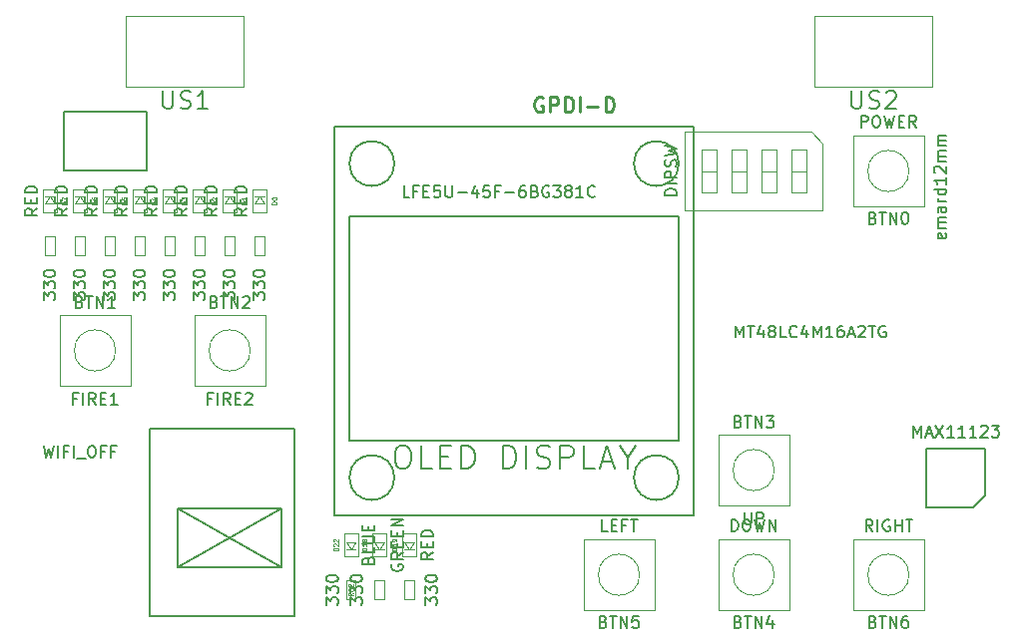
<source format=gbr>
G04 #@! TF.FileFunction,Other,Fab,Top*
%FSLAX46Y46*%
G04 Gerber Fmt 4.6, Leading zero omitted, Abs format (unit mm)*
G04 Created by KiCad (PCBNEW 4.0.7+dfsg1-1) date Sun Nov 12 10:56:11 2017*
%MOMM*%
%LPD*%
G01*
G04 APERTURE LIST*
%ADD10C,0.100000*%
%ADD11C,0.150000*%
%ADD12C,0.254000*%
%ADD13C,0.075000*%
G04 APERTURE END LIST*
D10*
D11*
X108624000Y-69080000D02*
X108624000Y-74080000D01*
X101624000Y-69080000D02*
X108624000Y-69080000D01*
X101624000Y-74080000D02*
X101624000Y-69080000D01*
X108624000Y-74080000D02*
X101624000Y-74080000D01*
D10*
X127990000Y-108880000D02*
X128790000Y-108880000D01*
X127990000Y-110480000D02*
X127990000Y-108880000D01*
X128790000Y-110480000D02*
X127990000Y-110480000D01*
X128790000Y-108880000D02*
X128790000Y-110480000D01*
X131330000Y-110480000D02*
X130530000Y-110480000D01*
X131330000Y-108880000D02*
X131330000Y-110480000D01*
X130530000Y-108880000D02*
X131330000Y-108880000D01*
X130530000Y-110480000D02*
X130530000Y-108880000D01*
X116880000Y-60925000D02*
X116880000Y-66925000D01*
X106880000Y-60925000D02*
X116880000Y-60925000D01*
X106880000Y-66925000D02*
X106880000Y-60925000D01*
X116880000Y-66925000D02*
X106880000Y-66925000D01*
X175300000Y-60925000D02*
X175300000Y-66925000D01*
X165300000Y-60925000D02*
X175300000Y-60925000D01*
X165300000Y-66925000D02*
X165300000Y-60925000D01*
X175300000Y-66925000D02*
X165300000Y-66925000D01*
X118630000Y-81270000D02*
X117830000Y-81270000D01*
X118630000Y-79670000D02*
X118630000Y-81270000D01*
X117830000Y-79670000D02*
X118630000Y-79670000D01*
X117830000Y-81270000D02*
X117830000Y-79670000D01*
X116090000Y-81270000D02*
X115290000Y-81270000D01*
X116090000Y-79670000D02*
X116090000Y-81270000D01*
X115290000Y-79670000D02*
X116090000Y-79670000D01*
X115290000Y-81270000D02*
X115290000Y-79670000D01*
X113550000Y-81270000D02*
X112750000Y-81270000D01*
X113550000Y-79670000D02*
X113550000Y-81270000D01*
X112750000Y-79670000D02*
X113550000Y-79670000D01*
X112750000Y-81270000D02*
X112750000Y-79670000D01*
X111010000Y-81270000D02*
X110210000Y-81270000D01*
X111010000Y-79670000D02*
X111010000Y-81270000D01*
X110210000Y-79670000D02*
X111010000Y-79670000D01*
X110210000Y-81270000D02*
X110210000Y-79670000D01*
X108470000Y-81270000D02*
X107670000Y-81270000D01*
X108470000Y-79670000D02*
X108470000Y-81270000D01*
X107670000Y-79670000D02*
X108470000Y-79670000D01*
X107670000Y-81270000D02*
X107670000Y-79670000D01*
X105930000Y-81270000D02*
X105130000Y-81270000D01*
X105930000Y-79670000D02*
X105930000Y-81270000D01*
X105130000Y-79670000D02*
X105930000Y-79670000D01*
X105130000Y-81270000D02*
X105130000Y-79670000D01*
X103390000Y-81270000D02*
X102590000Y-81270000D01*
X103390000Y-79670000D02*
X103390000Y-81270000D01*
X102590000Y-79670000D02*
X103390000Y-79670000D01*
X102590000Y-81270000D02*
X102590000Y-79670000D01*
X100850000Y-81270000D02*
X100050000Y-81270000D01*
X100850000Y-79670000D02*
X100850000Y-81270000D01*
X100050000Y-79670000D02*
X100850000Y-79670000D01*
X100050000Y-81270000D02*
X100050000Y-79670000D01*
D11*
X178785000Y-102655000D02*
X174785000Y-102655000D01*
X174785000Y-102655000D02*
X174785000Y-97655000D01*
X174785000Y-97655000D02*
X179785000Y-97655000D01*
X179785000Y-97655000D02*
X179785000Y-101655000D01*
X179785000Y-101655000D02*
X178785000Y-102655000D01*
X153790000Y-73485000D02*
G75*
G03X153790000Y-73485000I-1905000J0D01*
G01*
X129660000Y-73485000D02*
G75*
G03X129660000Y-73485000I-1905000J0D01*
G01*
X129660000Y-100155000D02*
G75*
G03X129660000Y-100155000I-1905000J0D01*
G01*
X153790000Y-100155000D02*
G75*
G03X153790000Y-100155000I-1905000J0D01*
G01*
X153790000Y-77930000D02*
X153790000Y-96980000D01*
X125850000Y-77930000D02*
X153790000Y-77930000D01*
X125850000Y-96980000D02*
X125850000Y-77930000D01*
X153790000Y-96980000D02*
X125850000Y-96980000D01*
X155060000Y-70310000D02*
X155060000Y-103330000D01*
X124580000Y-70310000D02*
X155060000Y-70310000D01*
X124580000Y-103330000D02*
X124580000Y-70310000D01*
X155060000Y-103330000D02*
X124580000Y-103330000D01*
D10*
X174570000Y-77120000D02*
X174570000Y-71120000D01*
X174570000Y-71120000D02*
X168570000Y-71120000D01*
X168570000Y-71120000D02*
X168570000Y-77120000D01*
X168570000Y-77120000D02*
X174570000Y-77120000D01*
X173320714Y-74120000D02*
G75*
G03X173320714Y-74120000I-1750714J0D01*
G01*
X101260000Y-86360000D02*
X101260000Y-92360000D01*
X101260000Y-92360000D02*
X107260000Y-92360000D01*
X107260000Y-92360000D02*
X107260000Y-86360000D01*
X107260000Y-86360000D02*
X101260000Y-86360000D01*
X106010714Y-89360000D02*
G75*
G03X106010714Y-89360000I-1750714J0D01*
G01*
X112690000Y-86360000D02*
X112690000Y-92360000D01*
X112690000Y-92360000D02*
X118690000Y-92360000D01*
X118690000Y-92360000D02*
X118690000Y-86360000D01*
X118690000Y-86360000D02*
X112690000Y-86360000D01*
X117440714Y-89360000D02*
G75*
G03X117440714Y-89360000I-1750714J0D01*
G01*
X157140000Y-96520000D02*
X157140000Y-102520000D01*
X157140000Y-102520000D02*
X163140000Y-102520000D01*
X163140000Y-102520000D02*
X163140000Y-96520000D01*
X163140000Y-96520000D02*
X157140000Y-96520000D01*
X161890714Y-99520000D02*
G75*
G03X161890714Y-99520000I-1750714J0D01*
G01*
X163140000Y-111410000D02*
X163140000Y-105410000D01*
X163140000Y-105410000D02*
X157140000Y-105410000D01*
X157140000Y-105410000D02*
X157140000Y-111410000D01*
X157140000Y-111410000D02*
X163140000Y-111410000D01*
X161890714Y-108410000D02*
G75*
G03X161890714Y-108410000I-1750714J0D01*
G01*
X151710000Y-111410000D02*
X151710000Y-105410000D01*
X151710000Y-105410000D02*
X145710000Y-105410000D01*
X145710000Y-105410000D02*
X145710000Y-111410000D01*
X145710000Y-111410000D02*
X151710000Y-111410000D01*
X150460714Y-108410000D02*
G75*
G03X150460714Y-108410000I-1750714J0D01*
G01*
X174570000Y-111410000D02*
X174570000Y-105410000D01*
X174570000Y-105410000D02*
X168570000Y-105410000D01*
X168570000Y-105410000D02*
X168570000Y-111410000D01*
X168570000Y-111410000D02*
X174570000Y-111410000D01*
X173320714Y-108410000D02*
G75*
G03X173320714Y-108410000I-1750714J0D01*
G01*
X166000000Y-71780000D02*
X166000000Y-77460000D01*
X166000000Y-77460000D02*
X154280000Y-77460000D01*
X154280000Y-77460000D02*
X154280000Y-70780000D01*
X154280000Y-70780000D02*
X165000000Y-70780000D01*
X165000000Y-70780000D02*
X166000000Y-71780000D01*
X164585000Y-72310000D02*
X163315000Y-72310000D01*
X163315000Y-72310000D02*
X163315000Y-75930000D01*
X163315000Y-75930000D02*
X164585000Y-75930000D01*
X164585000Y-75930000D02*
X164585000Y-72310000D01*
X164585000Y-74120000D02*
X163315000Y-74120000D01*
X162045000Y-72310000D02*
X160775000Y-72310000D01*
X160775000Y-72310000D02*
X160775000Y-75930000D01*
X160775000Y-75930000D02*
X162045000Y-75930000D01*
X162045000Y-75930000D02*
X162045000Y-72310000D01*
X162045000Y-74120000D02*
X160775000Y-74120000D01*
X159505000Y-72310000D02*
X158235000Y-72310000D01*
X158235000Y-72310000D02*
X158235000Y-75930000D01*
X158235000Y-75930000D02*
X159505000Y-75930000D01*
X159505000Y-75930000D02*
X159505000Y-72310000D01*
X159505000Y-74120000D02*
X158235000Y-74120000D01*
X156965000Y-72310000D02*
X155695000Y-72310000D01*
X155695000Y-72310000D02*
X155695000Y-75930000D01*
X155695000Y-75930000D02*
X156965000Y-75930000D01*
X156965000Y-75930000D02*
X156965000Y-72310000D01*
X156965000Y-74120000D02*
X155695000Y-74120000D01*
D11*
X120055000Y-102815000D02*
X111255000Y-107765000D01*
X120055000Y-107765000D02*
X111255000Y-102815000D01*
X120055000Y-102815000D02*
X120055000Y-107765000D01*
X111255000Y-102815000D02*
X111255000Y-107765000D01*
X111255000Y-107765000D02*
X120055000Y-107765000D01*
X120055000Y-102815000D02*
X111255000Y-102815000D01*
X121205000Y-95965000D02*
X108905000Y-95965000D01*
X121205000Y-111915000D02*
X121205000Y-95965000D01*
X108905000Y-111915000D02*
X121205000Y-111915000D01*
X108905000Y-95965000D02*
X108905000Y-111915000D01*
D10*
X125577000Y-106270000D02*
X126377000Y-106270000D01*
X125977000Y-106270000D02*
X125577000Y-105670000D01*
X126377000Y-105670000D02*
X125977000Y-106270000D01*
X125577000Y-105670000D02*
X126377000Y-105670000D01*
X126577000Y-104870000D02*
X126577000Y-106870000D01*
X125377000Y-104870000D02*
X126577000Y-104870000D01*
X125377000Y-106870000D02*
X125377000Y-104870000D01*
X126577000Y-106870000D02*
X125377000Y-106870000D01*
X125577000Y-108880000D02*
X126377000Y-108880000D01*
X125577000Y-110480000D02*
X125577000Y-108880000D01*
X126377000Y-110480000D02*
X125577000Y-110480000D01*
X126377000Y-108880000D02*
X126377000Y-110480000D01*
X127990000Y-106270000D02*
X128790000Y-106270000D01*
X128390000Y-106270000D02*
X127990000Y-105670000D01*
X128790000Y-105670000D02*
X128390000Y-106270000D01*
X127990000Y-105670000D02*
X128790000Y-105670000D01*
X128990000Y-104870000D02*
X128990000Y-106870000D01*
X127790000Y-104870000D02*
X128990000Y-104870000D01*
X127790000Y-106870000D02*
X127790000Y-104870000D01*
X128990000Y-106870000D02*
X127790000Y-106870000D01*
X118630000Y-76260000D02*
X117830000Y-76260000D01*
X118230000Y-76260000D02*
X118630000Y-76860000D01*
X117830000Y-76860000D02*
X118230000Y-76260000D01*
X118630000Y-76860000D02*
X117830000Y-76860000D01*
X117630000Y-77660000D02*
X117630000Y-75660000D01*
X118830000Y-77660000D02*
X117630000Y-77660000D01*
X118830000Y-75660000D02*
X118830000Y-77660000D01*
X117630000Y-75660000D02*
X118830000Y-75660000D01*
X116090000Y-76260000D02*
X115290000Y-76260000D01*
X115690000Y-76260000D02*
X116090000Y-76860000D01*
X115290000Y-76860000D02*
X115690000Y-76260000D01*
X116090000Y-76860000D02*
X115290000Y-76860000D01*
X115090000Y-77660000D02*
X115090000Y-75660000D01*
X116290000Y-77660000D02*
X115090000Y-77660000D01*
X116290000Y-75660000D02*
X116290000Y-77660000D01*
X115090000Y-75660000D02*
X116290000Y-75660000D01*
X113550000Y-76260000D02*
X112750000Y-76260000D01*
X113150000Y-76260000D02*
X113550000Y-76860000D01*
X112750000Y-76860000D02*
X113150000Y-76260000D01*
X113550000Y-76860000D02*
X112750000Y-76860000D01*
X112550000Y-77660000D02*
X112550000Y-75660000D01*
X113750000Y-77660000D02*
X112550000Y-77660000D01*
X113750000Y-75660000D02*
X113750000Y-77660000D01*
X112550000Y-75660000D02*
X113750000Y-75660000D01*
X111010000Y-76260000D02*
X110210000Y-76260000D01*
X110610000Y-76260000D02*
X111010000Y-76860000D01*
X110210000Y-76860000D02*
X110610000Y-76260000D01*
X111010000Y-76860000D02*
X110210000Y-76860000D01*
X110010000Y-77660000D02*
X110010000Y-75660000D01*
X111210000Y-77660000D02*
X110010000Y-77660000D01*
X111210000Y-75660000D02*
X111210000Y-77660000D01*
X110010000Y-75660000D02*
X111210000Y-75660000D01*
X108470000Y-76260000D02*
X107670000Y-76260000D01*
X108070000Y-76260000D02*
X108470000Y-76860000D01*
X107670000Y-76860000D02*
X108070000Y-76260000D01*
X108470000Y-76860000D02*
X107670000Y-76860000D01*
X107470000Y-77660000D02*
X107470000Y-75660000D01*
X108670000Y-77660000D02*
X107470000Y-77660000D01*
X108670000Y-75660000D02*
X108670000Y-77660000D01*
X107470000Y-75660000D02*
X108670000Y-75660000D01*
X105930000Y-76260000D02*
X105130000Y-76260000D01*
X105530000Y-76260000D02*
X105930000Y-76860000D01*
X105130000Y-76860000D02*
X105530000Y-76260000D01*
X105930000Y-76860000D02*
X105130000Y-76860000D01*
X104930000Y-77660000D02*
X104930000Y-75660000D01*
X106130000Y-77660000D02*
X104930000Y-77660000D01*
X106130000Y-75660000D02*
X106130000Y-77660000D01*
X104930000Y-75660000D02*
X106130000Y-75660000D01*
X103390000Y-76260000D02*
X102590000Y-76260000D01*
X102990000Y-76260000D02*
X103390000Y-76860000D01*
X102590000Y-76860000D02*
X102990000Y-76260000D01*
X103390000Y-76860000D02*
X102590000Y-76860000D01*
X102390000Y-77660000D02*
X102390000Y-75660000D01*
X103590000Y-77660000D02*
X102390000Y-77660000D01*
X103590000Y-75660000D02*
X103590000Y-77660000D01*
X102390000Y-75660000D02*
X103590000Y-75660000D01*
X100850000Y-76260000D02*
X100050000Y-76260000D01*
X100450000Y-76260000D02*
X100850000Y-76860000D01*
X100050000Y-76860000D02*
X100450000Y-76260000D01*
X100850000Y-76860000D02*
X100050000Y-76860000D01*
X99850000Y-77660000D02*
X99850000Y-75660000D01*
X101050000Y-77660000D02*
X99850000Y-77660000D01*
X101050000Y-75660000D02*
X101050000Y-77660000D01*
X99850000Y-75660000D02*
X101050000Y-75660000D01*
X130530000Y-106270000D02*
X131330000Y-106270000D01*
X130930000Y-106270000D02*
X130530000Y-105670000D01*
X131330000Y-105670000D02*
X130930000Y-106270000D01*
X130530000Y-105670000D02*
X131330000Y-105670000D01*
X131530000Y-104870000D02*
X131530000Y-106870000D01*
X130330000Y-104870000D02*
X131530000Y-104870000D01*
X130330000Y-106870000D02*
X130330000Y-104870000D01*
X131530000Y-106870000D02*
X130330000Y-106870000D01*
D11*
X158608857Y-88252381D02*
X158608857Y-87252381D01*
X158942191Y-87966667D01*
X159275524Y-87252381D01*
X159275524Y-88252381D01*
X159608857Y-87252381D02*
X160180286Y-87252381D01*
X159894571Y-88252381D02*
X159894571Y-87252381D01*
X160942191Y-87585714D02*
X160942191Y-88252381D01*
X160704095Y-87204762D02*
X160466000Y-87919048D01*
X161085048Y-87919048D01*
X161608857Y-87680952D02*
X161513619Y-87633333D01*
X161466000Y-87585714D01*
X161418381Y-87490476D01*
X161418381Y-87442857D01*
X161466000Y-87347619D01*
X161513619Y-87300000D01*
X161608857Y-87252381D01*
X161799334Y-87252381D01*
X161894572Y-87300000D01*
X161942191Y-87347619D01*
X161989810Y-87442857D01*
X161989810Y-87490476D01*
X161942191Y-87585714D01*
X161894572Y-87633333D01*
X161799334Y-87680952D01*
X161608857Y-87680952D01*
X161513619Y-87728571D01*
X161466000Y-87776190D01*
X161418381Y-87871429D01*
X161418381Y-88061905D01*
X161466000Y-88157143D01*
X161513619Y-88204762D01*
X161608857Y-88252381D01*
X161799334Y-88252381D01*
X161894572Y-88204762D01*
X161942191Y-88157143D01*
X161989810Y-88061905D01*
X161989810Y-87871429D01*
X161942191Y-87776190D01*
X161894572Y-87728571D01*
X161799334Y-87680952D01*
X162894572Y-88252381D02*
X162418381Y-88252381D01*
X162418381Y-87252381D01*
X163799334Y-88157143D02*
X163751715Y-88204762D01*
X163608858Y-88252381D01*
X163513620Y-88252381D01*
X163370762Y-88204762D01*
X163275524Y-88109524D01*
X163227905Y-88014286D01*
X163180286Y-87823810D01*
X163180286Y-87680952D01*
X163227905Y-87490476D01*
X163275524Y-87395238D01*
X163370762Y-87300000D01*
X163513620Y-87252381D01*
X163608858Y-87252381D01*
X163751715Y-87300000D01*
X163799334Y-87347619D01*
X164656477Y-87585714D02*
X164656477Y-88252381D01*
X164418381Y-87204762D02*
X164180286Y-87919048D01*
X164799334Y-87919048D01*
X165180286Y-88252381D02*
X165180286Y-87252381D01*
X165513620Y-87966667D01*
X165846953Y-87252381D01*
X165846953Y-88252381D01*
X166846953Y-88252381D02*
X166275524Y-88252381D01*
X166561238Y-88252381D02*
X166561238Y-87252381D01*
X166466000Y-87395238D01*
X166370762Y-87490476D01*
X166275524Y-87538095D01*
X167704096Y-87252381D02*
X167513619Y-87252381D01*
X167418381Y-87300000D01*
X167370762Y-87347619D01*
X167275524Y-87490476D01*
X167227905Y-87680952D01*
X167227905Y-88061905D01*
X167275524Y-88157143D01*
X167323143Y-88204762D01*
X167418381Y-88252381D01*
X167608858Y-88252381D01*
X167704096Y-88204762D01*
X167751715Y-88157143D01*
X167799334Y-88061905D01*
X167799334Y-87823810D01*
X167751715Y-87728571D01*
X167704096Y-87680952D01*
X167608858Y-87633333D01*
X167418381Y-87633333D01*
X167323143Y-87680952D01*
X167275524Y-87728571D01*
X167227905Y-87823810D01*
X168180286Y-87966667D02*
X168656477Y-87966667D01*
X168085048Y-88252381D02*
X168418381Y-87252381D01*
X168751715Y-88252381D01*
X169037429Y-87347619D02*
X169085048Y-87300000D01*
X169180286Y-87252381D01*
X169418382Y-87252381D01*
X169513620Y-87300000D01*
X169561239Y-87347619D01*
X169608858Y-87442857D01*
X169608858Y-87538095D01*
X169561239Y-87680952D01*
X168989810Y-88252381D01*
X169608858Y-88252381D01*
X169894572Y-87252381D02*
X170466001Y-87252381D01*
X170180286Y-88252381D02*
X170180286Y-87252381D01*
X171323144Y-87300000D02*
X171227906Y-87252381D01*
X171085049Y-87252381D01*
X170942191Y-87300000D01*
X170846953Y-87395238D01*
X170799334Y-87490476D01*
X170751715Y-87680952D01*
X170751715Y-87823810D01*
X170799334Y-88014286D01*
X170846953Y-88109524D01*
X170942191Y-88204762D01*
X171085049Y-88252381D01*
X171180287Y-88252381D01*
X171323144Y-88204762D01*
X171370763Y-88157143D01*
X171370763Y-87823810D01*
X171180287Y-87823810D01*
X99894762Y-97448381D02*
X100132857Y-98448381D01*
X100323334Y-97734095D01*
X100513810Y-98448381D01*
X100751905Y-97448381D01*
X101132857Y-98448381D02*
X101132857Y-97448381D01*
X101942381Y-97924571D02*
X101609047Y-97924571D01*
X101609047Y-98448381D02*
X101609047Y-97448381D01*
X102085238Y-97448381D01*
X102466190Y-98448381D02*
X102466190Y-97448381D01*
X102704285Y-98543619D02*
X103466190Y-98543619D01*
X103894761Y-97448381D02*
X104085238Y-97448381D01*
X104180476Y-97496000D01*
X104275714Y-97591238D01*
X104323333Y-97781714D01*
X104323333Y-98115048D01*
X104275714Y-98305524D01*
X104180476Y-98400762D01*
X104085238Y-98448381D01*
X103894761Y-98448381D01*
X103799523Y-98400762D01*
X103704285Y-98305524D01*
X103656666Y-98115048D01*
X103656666Y-97781714D01*
X103704285Y-97591238D01*
X103799523Y-97496000D01*
X103894761Y-97448381D01*
X105085238Y-97924571D02*
X104751904Y-97924571D01*
X104751904Y-98448381D02*
X104751904Y-97448381D01*
X105228095Y-97448381D01*
X105942381Y-97924571D02*
X105609047Y-97924571D01*
X105609047Y-98448381D02*
X105609047Y-97448381D01*
X106085238Y-97448381D01*
X125942381Y-110965714D02*
X125942381Y-110346666D01*
X126323333Y-110680000D01*
X126323333Y-110537142D01*
X126370952Y-110441904D01*
X126418571Y-110394285D01*
X126513810Y-110346666D01*
X126751905Y-110346666D01*
X126847143Y-110394285D01*
X126894762Y-110441904D01*
X126942381Y-110537142D01*
X126942381Y-110822857D01*
X126894762Y-110918095D01*
X126847143Y-110965714D01*
X125942381Y-110013333D02*
X125942381Y-109394285D01*
X126323333Y-109727619D01*
X126323333Y-109584761D01*
X126370952Y-109489523D01*
X126418571Y-109441904D01*
X126513810Y-109394285D01*
X126751905Y-109394285D01*
X126847143Y-109441904D01*
X126894762Y-109489523D01*
X126942381Y-109584761D01*
X126942381Y-109870476D01*
X126894762Y-109965714D01*
X126847143Y-110013333D01*
X125942381Y-108775238D02*
X125942381Y-108679999D01*
X125990000Y-108584761D01*
X126037619Y-108537142D01*
X126132857Y-108489523D01*
X126323333Y-108441904D01*
X126561429Y-108441904D01*
X126751905Y-108489523D01*
X126847143Y-108537142D01*
X126894762Y-108584761D01*
X126942381Y-108679999D01*
X126942381Y-108775238D01*
X126894762Y-108870476D01*
X126847143Y-108918095D01*
X126751905Y-108965714D01*
X126561429Y-109013333D01*
X126323333Y-109013333D01*
X126132857Y-108965714D01*
X126037619Y-108918095D01*
X125990000Y-108870476D01*
X125942381Y-108775238D01*
X132282381Y-110965714D02*
X132282381Y-110346666D01*
X132663333Y-110680000D01*
X132663333Y-110537142D01*
X132710952Y-110441904D01*
X132758571Y-110394285D01*
X132853810Y-110346666D01*
X133091905Y-110346666D01*
X133187143Y-110394285D01*
X133234762Y-110441904D01*
X133282381Y-110537142D01*
X133282381Y-110822857D01*
X133234762Y-110918095D01*
X133187143Y-110965714D01*
X132282381Y-110013333D02*
X132282381Y-109394285D01*
X132663333Y-109727619D01*
X132663333Y-109584761D01*
X132710952Y-109489523D01*
X132758571Y-109441904D01*
X132853810Y-109394285D01*
X133091905Y-109394285D01*
X133187143Y-109441904D01*
X133234762Y-109489523D01*
X133282381Y-109584761D01*
X133282381Y-109870476D01*
X133234762Y-109965714D01*
X133187143Y-110013333D01*
X132282381Y-108775238D02*
X132282381Y-108679999D01*
X132330000Y-108584761D01*
X132377619Y-108537142D01*
X132472857Y-108489523D01*
X132663333Y-108441904D01*
X132901429Y-108441904D01*
X133091905Y-108489523D01*
X133187143Y-108537142D01*
X133234762Y-108584761D01*
X133282381Y-108679999D01*
X133282381Y-108775238D01*
X133234762Y-108870476D01*
X133187143Y-108918095D01*
X133091905Y-108965714D01*
X132901429Y-109013333D01*
X132663333Y-109013333D01*
X132472857Y-108965714D01*
X132377619Y-108918095D01*
X132330000Y-108870476D01*
X132282381Y-108775238D01*
X110022858Y-67329571D02*
X110022858Y-68543857D01*
X110094286Y-68686714D01*
X110165715Y-68758143D01*
X110308572Y-68829571D01*
X110594286Y-68829571D01*
X110737144Y-68758143D01*
X110808572Y-68686714D01*
X110880001Y-68543857D01*
X110880001Y-67329571D01*
X111522858Y-68758143D02*
X111737144Y-68829571D01*
X112094287Y-68829571D01*
X112237144Y-68758143D01*
X112308573Y-68686714D01*
X112380001Y-68543857D01*
X112380001Y-68401000D01*
X112308573Y-68258143D01*
X112237144Y-68186714D01*
X112094287Y-68115286D01*
X111808573Y-68043857D01*
X111665715Y-67972429D01*
X111594287Y-67901000D01*
X111522858Y-67758143D01*
X111522858Y-67615286D01*
X111594287Y-67472429D01*
X111665715Y-67401000D01*
X111808573Y-67329571D01*
X112165715Y-67329571D01*
X112380001Y-67401000D01*
X113808572Y-68829571D02*
X112951429Y-68829571D01*
X113380001Y-68829571D02*
X113380001Y-67329571D01*
X113237144Y-67543857D01*
X113094286Y-67686714D01*
X112951429Y-67758143D01*
X168442858Y-67329571D02*
X168442858Y-68543857D01*
X168514286Y-68686714D01*
X168585715Y-68758143D01*
X168728572Y-68829571D01*
X169014286Y-68829571D01*
X169157144Y-68758143D01*
X169228572Y-68686714D01*
X169300001Y-68543857D01*
X169300001Y-67329571D01*
X169942858Y-68758143D02*
X170157144Y-68829571D01*
X170514287Y-68829571D01*
X170657144Y-68758143D01*
X170728573Y-68686714D01*
X170800001Y-68543857D01*
X170800001Y-68401000D01*
X170728573Y-68258143D01*
X170657144Y-68186714D01*
X170514287Y-68115286D01*
X170228573Y-68043857D01*
X170085715Y-67972429D01*
X170014287Y-67901000D01*
X169942858Y-67758143D01*
X169942858Y-67615286D01*
X170014287Y-67472429D01*
X170085715Y-67401000D01*
X170228573Y-67329571D01*
X170585715Y-67329571D01*
X170800001Y-67401000D01*
X171371429Y-67472429D02*
X171442858Y-67401000D01*
X171585715Y-67329571D01*
X171942858Y-67329571D01*
X172085715Y-67401000D01*
X172157144Y-67472429D01*
X172228572Y-67615286D01*
X172228572Y-67758143D01*
X172157144Y-67972429D01*
X171300001Y-68829571D01*
X172228572Y-68829571D01*
X117682381Y-85057714D02*
X117682381Y-84438666D01*
X118063333Y-84772000D01*
X118063333Y-84629142D01*
X118110952Y-84533904D01*
X118158571Y-84486285D01*
X118253810Y-84438666D01*
X118491905Y-84438666D01*
X118587143Y-84486285D01*
X118634762Y-84533904D01*
X118682381Y-84629142D01*
X118682381Y-84914857D01*
X118634762Y-85010095D01*
X118587143Y-85057714D01*
X117682381Y-84105333D02*
X117682381Y-83486285D01*
X118063333Y-83819619D01*
X118063333Y-83676761D01*
X118110952Y-83581523D01*
X118158571Y-83533904D01*
X118253810Y-83486285D01*
X118491905Y-83486285D01*
X118587143Y-83533904D01*
X118634762Y-83581523D01*
X118682381Y-83676761D01*
X118682381Y-83962476D01*
X118634762Y-84057714D01*
X118587143Y-84105333D01*
X117682381Y-82867238D02*
X117682381Y-82771999D01*
X117730000Y-82676761D01*
X117777619Y-82629142D01*
X117872857Y-82581523D01*
X118063333Y-82533904D01*
X118301429Y-82533904D01*
X118491905Y-82581523D01*
X118587143Y-82629142D01*
X118634762Y-82676761D01*
X118682381Y-82771999D01*
X118682381Y-82867238D01*
X118634762Y-82962476D01*
X118587143Y-83010095D01*
X118491905Y-83057714D01*
X118301429Y-83105333D01*
X118063333Y-83105333D01*
X117872857Y-83057714D01*
X117777619Y-83010095D01*
X117730000Y-82962476D01*
X117682381Y-82867238D01*
X115142381Y-85057714D02*
X115142381Y-84438666D01*
X115523333Y-84772000D01*
X115523333Y-84629142D01*
X115570952Y-84533904D01*
X115618571Y-84486285D01*
X115713810Y-84438666D01*
X115951905Y-84438666D01*
X116047143Y-84486285D01*
X116094762Y-84533904D01*
X116142381Y-84629142D01*
X116142381Y-84914857D01*
X116094762Y-85010095D01*
X116047143Y-85057714D01*
X115142381Y-84105333D02*
X115142381Y-83486285D01*
X115523333Y-83819619D01*
X115523333Y-83676761D01*
X115570952Y-83581523D01*
X115618571Y-83533904D01*
X115713810Y-83486285D01*
X115951905Y-83486285D01*
X116047143Y-83533904D01*
X116094762Y-83581523D01*
X116142381Y-83676761D01*
X116142381Y-83962476D01*
X116094762Y-84057714D01*
X116047143Y-84105333D01*
X115142381Y-82867238D02*
X115142381Y-82771999D01*
X115190000Y-82676761D01*
X115237619Y-82629142D01*
X115332857Y-82581523D01*
X115523333Y-82533904D01*
X115761429Y-82533904D01*
X115951905Y-82581523D01*
X116047143Y-82629142D01*
X116094762Y-82676761D01*
X116142381Y-82771999D01*
X116142381Y-82867238D01*
X116094762Y-82962476D01*
X116047143Y-83010095D01*
X115951905Y-83057714D01*
X115761429Y-83105333D01*
X115523333Y-83105333D01*
X115332857Y-83057714D01*
X115237619Y-83010095D01*
X115190000Y-82962476D01*
X115142381Y-82867238D01*
X112602381Y-85057714D02*
X112602381Y-84438666D01*
X112983333Y-84772000D01*
X112983333Y-84629142D01*
X113030952Y-84533904D01*
X113078571Y-84486285D01*
X113173810Y-84438666D01*
X113411905Y-84438666D01*
X113507143Y-84486285D01*
X113554762Y-84533904D01*
X113602381Y-84629142D01*
X113602381Y-84914857D01*
X113554762Y-85010095D01*
X113507143Y-85057714D01*
X112602381Y-84105333D02*
X112602381Y-83486285D01*
X112983333Y-83819619D01*
X112983333Y-83676761D01*
X113030952Y-83581523D01*
X113078571Y-83533904D01*
X113173810Y-83486285D01*
X113411905Y-83486285D01*
X113507143Y-83533904D01*
X113554762Y-83581523D01*
X113602381Y-83676761D01*
X113602381Y-83962476D01*
X113554762Y-84057714D01*
X113507143Y-84105333D01*
X112602381Y-82867238D02*
X112602381Y-82771999D01*
X112650000Y-82676761D01*
X112697619Y-82629142D01*
X112792857Y-82581523D01*
X112983333Y-82533904D01*
X113221429Y-82533904D01*
X113411905Y-82581523D01*
X113507143Y-82629142D01*
X113554762Y-82676761D01*
X113602381Y-82771999D01*
X113602381Y-82867238D01*
X113554762Y-82962476D01*
X113507143Y-83010095D01*
X113411905Y-83057714D01*
X113221429Y-83105333D01*
X112983333Y-83105333D01*
X112792857Y-83057714D01*
X112697619Y-83010095D01*
X112650000Y-82962476D01*
X112602381Y-82867238D01*
X110062381Y-85057714D02*
X110062381Y-84438666D01*
X110443333Y-84772000D01*
X110443333Y-84629142D01*
X110490952Y-84533904D01*
X110538571Y-84486285D01*
X110633810Y-84438666D01*
X110871905Y-84438666D01*
X110967143Y-84486285D01*
X111014762Y-84533904D01*
X111062381Y-84629142D01*
X111062381Y-84914857D01*
X111014762Y-85010095D01*
X110967143Y-85057714D01*
X110062381Y-84105333D02*
X110062381Y-83486285D01*
X110443333Y-83819619D01*
X110443333Y-83676761D01*
X110490952Y-83581523D01*
X110538571Y-83533904D01*
X110633810Y-83486285D01*
X110871905Y-83486285D01*
X110967143Y-83533904D01*
X111014762Y-83581523D01*
X111062381Y-83676761D01*
X111062381Y-83962476D01*
X111014762Y-84057714D01*
X110967143Y-84105333D01*
X110062381Y-82867238D02*
X110062381Y-82771999D01*
X110110000Y-82676761D01*
X110157619Y-82629142D01*
X110252857Y-82581523D01*
X110443333Y-82533904D01*
X110681429Y-82533904D01*
X110871905Y-82581523D01*
X110967143Y-82629142D01*
X111014762Y-82676761D01*
X111062381Y-82771999D01*
X111062381Y-82867238D01*
X111014762Y-82962476D01*
X110967143Y-83010095D01*
X110871905Y-83057714D01*
X110681429Y-83105333D01*
X110443333Y-83105333D01*
X110252857Y-83057714D01*
X110157619Y-83010095D01*
X110110000Y-82962476D01*
X110062381Y-82867238D01*
X107522381Y-85057714D02*
X107522381Y-84438666D01*
X107903333Y-84772000D01*
X107903333Y-84629142D01*
X107950952Y-84533904D01*
X107998571Y-84486285D01*
X108093810Y-84438666D01*
X108331905Y-84438666D01*
X108427143Y-84486285D01*
X108474762Y-84533904D01*
X108522381Y-84629142D01*
X108522381Y-84914857D01*
X108474762Y-85010095D01*
X108427143Y-85057714D01*
X107522381Y-84105333D02*
X107522381Y-83486285D01*
X107903333Y-83819619D01*
X107903333Y-83676761D01*
X107950952Y-83581523D01*
X107998571Y-83533904D01*
X108093810Y-83486285D01*
X108331905Y-83486285D01*
X108427143Y-83533904D01*
X108474762Y-83581523D01*
X108522381Y-83676761D01*
X108522381Y-83962476D01*
X108474762Y-84057714D01*
X108427143Y-84105333D01*
X107522381Y-82867238D02*
X107522381Y-82771999D01*
X107570000Y-82676761D01*
X107617619Y-82629142D01*
X107712857Y-82581523D01*
X107903333Y-82533904D01*
X108141429Y-82533904D01*
X108331905Y-82581523D01*
X108427143Y-82629142D01*
X108474762Y-82676761D01*
X108522381Y-82771999D01*
X108522381Y-82867238D01*
X108474762Y-82962476D01*
X108427143Y-83010095D01*
X108331905Y-83057714D01*
X108141429Y-83105333D01*
X107903333Y-83105333D01*
X107712857Y-83057714D01*
X107617619Y-83010095D01*
X107570000Y-82962476D01*
X107522381Y-82867238D01*
X104982381Y-85057714D02*
X104982381Y-84438666D01*
X105363333Y-84772000D01*
X105363333Y-84629142D01*
X105410952Y-84533904D01*
X105458571Y-84486285D01*
X105553810Y-84438666D01*
X105791905Y-84438666D01*
X105887143Y-84486285D01*
X105934762Y-84533904D01*
X105982381Y-84629142D01*
X105982381Y-84914857D01*
X105934762Y-85010095D01*
X105887143Y-85057714D01*
X104982381Y-84105333D02*
X104982381Y-83486285D01*
X105363333Y-83819619D01*
X105363333Y-83676761D01*
X105410952Y-83581523D01*
X105458571Y-83533904D01*
X105553810Y-83486285D01*
X105791905Y-83486285D01*
X105887143Y-83533904D01*
X105934762Y-83581523D01*
X105982381Y-83676761D01*
X105982381Y-83962476D01*
X105934762Y-84057714D01*
X105887143Y-84105333D01*
X104982381Y-82867238D02*
X104982381Y-82771999D01*
X105030000Y-82676761D01*
X105077619Y-82629142D01*
X105172857Y-82581523D01*
X105363333Y-82533904D01*
X105601429Y-82533904D01*
X105791905Y-82581523D01*
X105887143Y-82629142D01*
X105934762Y-82676761D01*
X105982381Y-82771999D01*
X105982381Y-82867238D01*
X105934762Y-82962476D01*
X105887143Y-83010095D01*
X105791905Y-83057714D01*
X105601429Y-83105333D01*
X105363333Y-83105333D01*
X105172857Y-83057714D01*
X105077619Y-83010095D01*
X105030000Y-82962476D01*
X104982381Y-82867238D01*
X102442381Y-85057714D02*
X102442381Y-84438666D01*
X102823333Y-84772000D01*
X102823333Y-84629142D01*
X102870952Y-84533904D01*
X102918571Y-84486285D01*
X103013810Y-84438666D01*
X103251905Y-84438666D01*
X103347143Y-84486285D01*
X103394762Y-84533904D01*
X103442381Y-84629142D01*
X103442381Y-84914857D01*
X103394762Y-85010095D01*
X103347143Y-85057714D01*
X102442381Y-84105333D02*
X102442381Y-83486285D01*
X102823333Y-83819619D01*
X102823333Y-83676761D01*
X102870952Y-83581523D01*
X102918571Y-83533904D01*
X103013810Y-83486285D01*
X103251905Y-83486285D01*
X103347143Y-83533904D01*
X103394762Y-83581523D01*
X103442381Y-83676761D01*
X103442381Y-83962476D01*
X103394762Y-84057714D01*
X103347143Y-84105333D01*
X102442381Y-82867238D02*
X102442381Y-82771999D01*
X102490000Y-82676761D01*
X102537619Y-82629142D01*
X102632857Y-82581523D01*
X102823333Y-82533904D01*
X103061429Y-82533904D01*
X103251905Y-82581523D01*
X103347143Y-82629142D01*
X103394762Y-82676761D01*
X103442381Y-82771999D01*
X103442381Y-82867238D01*
X103394762Y-82962476D01*
X103347143Y-83010095D01*
X103251905Y-83057714D01*
X103061429Y-83105333D01*
X102823333Y-83105333D01*
X102632857Y-83057714D01*
X102537619Y-83010095D01*
X102490000Y-82962476D01*
X102442381Y-82867238D01*
X99902381Y-85057714D02*
X99902381Y-84438666D01*
X100283333Y-84772000D01*
X100283333Y-84629142D01*
X100330952Y-84533904D01*
X100378571Y-84486285D01*
X100473810Y-84438666D01*
X100711905Y-84438666D01*
X100807143Y-84486285D01*
X100854762Y-84533904D01*
X100902381Y-84629142D01*
X100902381Y-84914857D01*
X100854762Y-85010095D01*
X100807143Y-85057714D01*
X99902381Y-84105333D02*
X99902381Y-83486285D01*
X100283333Y-83819619D01*
X100283333Y-83676761D01*
X100330952Y-83581523D01*
X100378571Y-83533904D01*
X100473810Y-83486285D01*
X100711905Y-83486285D01*
X100807143Y-83533904D01*
X100854762Y-83581523D01*
X100902381Y-83676761D01*
X100902381Y-83962476D01*
X100854762Y-84057714D01*
X100807143Y-84105333D01*
X99902381Y-82867238D02*
X99902381Y-82771999D01*
X99950000Y-82676761D01*
X99997619Y-82629142D01*
X100092857Y-82581523D01*
X100283333Y-82533904D01*
X100521429Y-82533904D01*
X100711905Y-82581523D01*
X100807143Y-82629142D01*
X100854762Y-82676761D01*
X100902381Y-82771999D01*
X100902381Y-82867238D01*
X100854762Y-82962476D01*
X100807143Y-83010095D01*
X100711905Y-83057714D01*
X100521429Y-83105333D01*
X100283333Y-83105333D01*
X100092857Y-83057714D01*
X99997619Y-83010095D01*
X99950000Y-82962476D01*
X99902381Y-82867238D01*
X173665952Y-96732381D02*
X173665952Y-95732381D01*
X173999286Y-96446667D01*
X174332619Y-95732381D01*
X174332619Y-96732381D01*
X174761190Y-96446667D02*
X175237381Y-96446667D01*
X174665952Y-96732381D02*
X174999285Y-95732381D01*
X175332619Y-96732381D01*
X175570714Y-95732381D02*
X176237381Y-96732381D01*
X176237381Y-95732381D02*
X175570714Y-96732381D01*
X177142143Y-96732381D02*
X176570714Y-96732381D01*
X176856428Y-96732381D02*
X176856428Y-95732381D01*
X176761190Y-95875238D01*
X176665952Y-95970476D01*
X176570714Y-96018095D01*
X178094524Y-96732381D02*
X177523095Y-96732381D01*
X177808809Y-96732381D02*
X177808809Y-95732381D01*
X177713571Y-95875238D01*
X177618333Y-95970476D01*
X177523095Y-96018095D01*
X179046905Y-96732381D02*
X178475476Y-96732381D01*
X178761190Y-96732381D02*
X178761190Y-95732381D01*
X178665952Y-95875238D01*
X178570714Y-95970476D01*
X178475476Y-96018095D01*
X179427857Y-95827619D02*
X179475476Y-95780000D01*
X179570714Y-95732381D01*
X179808810Y-95732381D01*
X179904048Y-95780000D01*
X179951667Y-95827619D01*
X179999286Y-95922857D01*
X179999286Y-96018095D01*
X179951667Y-96160952D01*
X179380238Y-96732381D01*
X179999286Y-96732381D01*
X180332619Y-95732381D02*
X180951667Y-95732381D01*
X180618333Y-96113333D01*
X180761191Y-96113333D01*
X180856429Y-96160952D01*
X180904048Y-96208571D01*
X180951667Y-96303810D01*
X180951667Y-96541905D01*
X180904048Y-96637143D01*
X180856429Y-96684762D01*
X180761191Y-96732381D01*
X180475476Y-96732381D01*
X180380238Y-96684762D01*
X180332619Y-96637143D01*
X130200952Y-97408762D02*
X130581904Y-97408762D01*
X130772380Y-97504000D01*
X130962857Y-97694476D01*
X131058095Y-98075429D01*
X131058095Y-98742095D01*
X130962857Y-99123048D01*
X130772380Y-99313524D01*
X130581904Y-99408762D01*
X130200952Y-99408762D01*
X130010476Y-99313524D01*
X129819999Y-99123048D01*
X129724761Y-98742095D01*
X129724761Y-98075429D01*
X129819999Y-97694476D01*
X130010476Y-97504000D01*
X130200952Y-97408762D01*
X132867618Y-99408762D02*
X131915237Y-99408762D01*
X131915237Y-97408762D01*
X133534285Y-98361143D02*
X134200952Y-98361143D01*
X134486666Y-99408762D02*
X133534285Y-99408762D01*
X133534285Y-97408762D01*
X134486666Y-97408762D01*
X135343809Y-99408762D02*
X135343809Y-97408762D01*
X135820000Y-97408762D01*
X136105714Y-97504000D01*
X136296190Y-97694476D01*
X136391429Y-97884952D01*
X136486667Y-98265905D01*
X136486667Y-98551619D01*
X136391429Y-98932571D01*
X136296190Y-99123048D01*
X136105714Y-99313524D01*
X135820000Y-99408762D01*
X135343809Y-99408762D01*
X138867619Y-99408762D02*
X138867619Y-97408762D01*
X139343810Y-97408762D01*
X139629524Y-97504000D01*
X139820000Y-97694476D01*
X139915239Y-97884952D01*
X140010477Y-98265905D01*
X140010477Y-98551619D01*
X139915239Y-98932571D01*
X139820000Y-99123048D01*
X139629524Y-99313524D01*
X139343810Y-99408762D01*
X138867619Y-99408762D01*
X140867619Y-99408762D02*
X140867619Y-97408762D01*
X141724762Y-99313524D02*
X142010477Y-99408762D01*
X142486667Y-99408762D01*
X142677143Y-99313524D01*
X142772381Y-99218286D01*
X142867620Y-99027810D01*
X142867620Y-98837333D01*
X142772381Y-98646857D01*
X142677143Y-98551619D01*
X142486667Y-98456381D01*
X142105715Y-98361143D01*
X141915239Y-98265905D01*
X141820000Y-98170667D01*
X141724762Y-97980190D01*
X141724762Y-97789714D01*
X141820000Y-97599238D01*
X141915239Y-97504000D01*
X142105715Y-97408762D01*
X142581905Y-97408762D01*
X142867620Y-97504000D01*
X143724762Y-99408762D02*
X143724762Y-97408762D01*
X144486667Y-97408762D01*
X144677143Y-97504000D01*
X144772382Y-97599238D01*
X144867620Y-97789714D01*
X144867620Y-98075429D01*
X144772382Y-98265905D01*
X144677143Y-98361143D01*
X144486667Y-98456381D01*
X143724762Y-98456381D01*
X146677143Y-99408762D02*
X145724762Y-99408762D01*
X145724762Y-97408762D01*
X147248572Y-98837333D02*
X148200953Y-98837333D01*
X147058096Y-99408762D02*
X147724763Y-97408762D01*
X148391430Y-99408762D01*
X149439049Y-98456381D02*
X149439049Y-99408762D01*
X148772382Y-97408762D02*
X149439049Y-98456381D01*
X150105716Y-97408762D01*
D12*
X142239048Y-67897000D02*
X142118096Y-67836524D01*
X141936667Y-67836524D01*
X141755239Y-67897000D01*
X141634286Y-68017952D01*
X141573810Y-68138905D01*
X141513334Y-68380810D01*
X141513334Y-68562238D01*
X141573810Y-68804143D01*
X141634286Y-68925095D01*
X141755239Y-69046048D01*
X141936667Y-69106524D01*
X142057619Y-69106524D01*
X142239048Y-69046048D01*
X142299524Y-68985571D01*
X142299524Y-68562238D01*
X142057619Y-68562238D01*
X142843810Y-69106524D02*
X142843810Y-67836524D01*
X143327619Y-67836524D01*
X143448572Y-67897000D01*
X143509048Y-67957476D01*
X143569524Y-68078429D01*
X143569524Y-68259857D01*
X143509048Y-68380810D01*
X143448572Y-68441286D01*
X143327619Y-68501762D01*
X142843810Y-68501762D01*
X144113810Y-69106524D02*
X144113810Y-67836524D01*
X144416191Y-67836524D01*
X144597619Y-67897000D01*
X144718572Y-68017952D01*
X144779048Y-68138905D01*
X144839524Y-68380810D01*
X144839524Y-68562238D01*
X144779048Y-68804143D01*
X144718572Y-68925095D01*
X144597619Y-69046048D01*
X144416191Y-69106524D01*
X144113810Y-69106524D01*
X145383810Y-69106524D02*
X145383810Y-67836524D01*
X145988572Y-68622714D02*
X146956191Y-68622714D01*
X147560953Y-69106524D02*
X147560953Y-67836524D01*
X147863334Y-67836524D01*
X148044762Y-67897000D01*
X148165715Y-68017952D01*
X148226191Y-68138905D01*
X148286667Y-68380810D01*
X148286667Y-68562238D01*
X148226191Y-68804143D01*
X148165715Y-68925095D01*
X148044762Y-69046048D01*
X147863334Y-69106524D01*
X147560953Y-69106524D01*
D11*
X169260476Y-70422381D02*
X169260476Y-69422381D01*
X169641429Y-69422381D01*
X169736667Y-69470000D01*
X169784286Y-69517619D01*
X169831905Y-69612857D01*
X169831905Y-69755714D01*
X169784286Y-69850952D01*
X169736667Y-69898571D01*
X169641429Y-69946190D01*
X169260476Y-69946190D01*
X170450952Y-69422381D02*
X170641429Y-69422381D01*
X170736667Y-69470000D01*
X170831905Y-69565238D01*
X170879524Y-69755714D01*
X170879524Y-70089048D01*
X170831905Y-70279524D01*
X170736667Y-70374762D01*
X170641429Y-70422381D01*
X170450952Y-70422381D01*
X170355714Y-70374762D01*
X170260476Y-70279524D01*
X170212857Y-70089048D01*
X170212857Y-69755714D01*
X170260476Y-69565238D01*
X170355714Y-69470000D01*
X170450952Y-69422381D01*
X171212857Y-69422381D02*
X171450952Y-70422381D01*
X171641429Y-69708095D01*
X171831905Y-70422381D01*
X172070000Y-69422381D01*
X172450952Y-69898571D02*
X172784286Y-69898571D01*
X172927143Y-70422381D02*
X172450952Y-70422381D01*
X172450952Y-69422381D01*
X172927143Y-69422381D01*
X173927143Y-70422381D02*
X173593809Y-69946190D01*
X173355714Y-70422381D02*
X173355714Y-69422381D01*
X173736667Y-69422381D01*
X173831905Y-69470000D01*
X173879524Y-69517619D01*
X173927143Y-69612857D01*
X173927143Y-69755714D01*
X173879524Y-69850952D01*
X173831905Y-69898571D01*
X173736667Y-69946190D01*
X173355714Y-69946190D01*
X170260477Y-78098571D02*
X170403334Y-78146190D01*
X170450953Y-78193810D01*
X170498572Y-78289048D01*
X170498572Y-78431905D01*
X170450953Y-78527143D01*
X170403334Y-78574762D01*
X170308096Y-78622381D01*
X169927143Y-78622381D01*
X169927143Y-77622381D01*
X170260477Y-77622381D01*
X170355715Y-77670000D01*
X170403334Y-77717619D01*
X170450953Y-77812857D01*
X170450953Y-77908095D01*
X170403334Y-78003333D01*
X170355715Y-78050952D01*
X170260477Y-78098571D01*
X169927143Y-78098571D01*
X170784286Y-77622381D02*
X171355715Y-77622381D01*
X171070000Y-78622381D02*
X171070000Y-77622381D01*
X171689048Y-78622381D02*
X171689048Y-77622381D01*
X172260477Y-78622381D01*
X172260477Y-77622381D01*
X172927143Y-77622381D02*
X173022382Y-77622381D01*
X173117620Y-77670000D01*
X173165239Y-77717619D01*
X173212858Y-77812857D01*
X173260477Y-78003333D01*
X173260477Y-78241429D01*
X173212858Y-78431905D01*
X173165239Y-78527143D01*
X173117620Y-78574762D01*
X173022382Y-78622381D01*
X172927143Y-78622381D01*
X172831905Y-78574762D01*
X172784286Y-78527143D01*
X172736667Y-78431905D01*
X172689048Y-78241429D01*
X172689048Y-78003333D01*
X172736667Y-77812857D01*
X172784286Y-77717619D01*
X172831905Y-77670000D01*
X172927143Y-77622381D01*
X102736191Y-93438571D02*
X102402857Y-93438571D01*
X102402857Y-93962381D02*
X102402857Y-92962381D01*
X102879048Y-92962381D01*
X103260000Y-93962381D02*
X103260000Y-92962381D01*
X104307619Y-93962381D02*
X103974285Y-93486190D01*
X103736190Y-93962381D02*
X103736190Y-92962381D01*
X104117143Y-92962381D01*
X104212381Y-93010000D01*
X104260000Y-93057619D01*
X104307619Y-93152857D01*
X104307619Y-93295714D01*
X104260000Y-93390952D01*
X104212381Y-93438571D01*
X104117143Y-93486190D01*
X103736190Y-93486190D01*
X104736190Y-93438571D02*
X105069524Y-93438571D01*
X105212381Y-93962381D02*
X104736190Y-93962381D01*
X104736190Y-92962381D01*
X105212381Y-92962381D01*
X106164762Y-93962381D02*
X105593333Y-93962381D01*
X105879047Y-93962381D02*
X105879047Y-92962381D01*
X105783809Y-93105238D01*
X105688571Y-93200476D01*
X105593333Y-93248095D01*
X102950477Y-85238571D02*
X103093334Y-85286190D01*
X103140953Y-85333810D01*
X103188572Y-85429048D01*
X103188572Y-85571905D01*
X103140953Y-85667143D01*
X103093334Y-85714762D01*
X102998096Y-85762381D01*
X102617143Y-85762381D01*
X102617143Y-84762381D01*
X102950477Y-84762381D01*
X103045715Y-84810000D01*
X103093334Y-84857619D01*
X103140953Y-84952857D01*
X103140953Y-85048095D01*
X103093334Y-85143333D01*
X103045715Y-85190952D01*
X102950477Y-85238571D01*
X102617143Y-85238571D01*
X103474286Y-84762381D02*
X104045715Y-84762381D01*
X103760000Y-85762381D02*
X103760000Y-84762381D01*
X104379048Y-85762381D02*
X104379048Y-84762381D01*
X104950477Y-85762381D01*
X104950477Y-84762381D01*
X105950477Y-85762381D02*
X105379048Y-85762381D01*
X105664762Y-85762381D02*
X105664762Y-84762381D01*
X105569524Y-84905238D01*
X105474286Y-85000476D01*
X105379048Y-85048095D01*
X114166191Y-93438571D02*
X113832857Y-93438571D01*
X113832857Y-93962381D02*
X113832857Y-92962381D01*
X114309048Y-92962381D01*
X114690000Y-93962381D02*
X114690000Y-92962381D01*
X115737619Y-93962381D02*
X115404285Y-93486190D01*
X115166190Y-93962381D02*
X115166190Y-92962381D01*
X115547143Y-92962381D01*
X115642381Y-93010000D01*
X115690000Y-93057619D01*
X115737619Y-93152857D01*
X115737619Y-93295714D01*
X115690000Y-93390952D01*
X115642381Y-93438571D01*
X115547143Y-93486190D01*
X115166190Y-93486190D01*
X116166190Y-93438571D02*
X116499524Y-93438571D01*
X116642381Y-93962381D02*
X116166190Y-93962381D01*
X116166190Y-92962381D01*
X116642381Y-92962381D01*
X117023333Y-93057619D02*
X117070952Y-93010000D01*
X117166190Y-92962381D01*
X117404286Y-92962381D01*
X117499524Y-93010000D01*
X117547143Y-93057619D01*
X117594762Y-93152857D01*
X117594762Y-93248095D01*
X117547143Y-93390952D01*
X116975714Y-93962381D01*
X117594762Y-93962381D01*
X114380477Y-85238571D02*
X114523334Y-85286190D01*
X114570953Y-85333810D01*
X114618572Y-85429048D01*
X114618572Y-85571905D01*
X114570953Y-85667143D01*
X114523334Y-85714762D01*
X114428096Y-85762381D01*
X114047143Y-85762381D01*
X114047143Y-84762381D01*
X114380477Y-84762381D01*
X114475715Y-84810000D01*
X114523334Y-84857619D01*
X114570953Y-84952857D01*
X114570953Y-85048095D01*
X114523334Y-85143333D01*
X114475715Y-85190952D01*
X114380477Y-85238571D01*
X114047143Y-85238571D01*
X114904286Y-84762381D02*
X115475715Y-84762381D01*
X115190000Y-85762381D02*
X115190000Y-84762381D01*
X115809048Y-85762381D02*
X115809048Y-84762381D01*
X116380477Y-85762381D01*
X116380477Y-84762381D01*
X116809048Y-84857619D02*
X116856667Y-84810000D01*
X116951905Y-84762381D01*
X117190001Y-84762381D01*
X117285239Y-84810000D01*
X117332858Y-84857619D01*
X117380477Y-84952857D01*
X117380477Y-85048095D01*
X117332858Y-85190952D01*
X116761429Y-85762381D01*
X117380477Y-85762381D01*
X159354286Y-103122381D02*
X159354286Y-103931905D01*
X159401905Y-104027143D01*
X159449524Y-104074762D01*
X159544762Y-104122381D01*
X159735239Y-104122381D01*
X159830477Y-104074762D01*
X159878096Y-104027143D01*
X159925715Y-103931905D01*
X159925715Y-103122381D01*
X160401905Y-104122381D02*
X160401905Y-103122381D01*
X160782858Y-103122381D01*
X160878096Y-103170000D01*
X160925715Y-103217619D01*
X160973334Y-103312857D01*
X160973334Y-103455714D01*
X160925715Y-103550952D01*
X160878096Y-103598571D01*
X160782858Y-103646190D01*
X160401905Y-103646190D01*
X158830477Y-95398571D02*
X158973334Y-95446190D01*
X159020953Y-95493810D01*
X159068572Y-95589048D01*
X159068572Y-95731905D01*
X159020953Y-95827143D01*
X158973334Y-95874762D01*
X158878096Y-95922381D01*
X158497143Y-95922381D01*
X158497143Y-94922381D01*
X158830477Y-94922381D01*
X158925715Y-94970000D01*
X158973334Y-95017619D01*
X159020953Y-95112857D01*
X159020953Y-95208095D01*
X158973334Y-95303333D01*
X158925715Y-95350952D01*
X158830477Y-95398571D01*
X158497143Y-95398571D01*
X159354286Y-94922381D02*
X159925715Y-94922381D01*
X159640000Y-95922381D02*
X159640000Y-94922381D01*
X160259048Y-95922381D02*
X160259048Y-94922381D01*
X160830477Y-95922381D01*
X160830477Y-94922381D01*
X161211429Y-94922381D02*
X161830477Y-94922381D01*
X161497143Y-95303333D01*
X161640001Y-95303333D01*
X161735239Y-95350952D01*
X161782858Y-95398571D01*
X161830477Y-95493810D01*
X161830477Y-95731905D01*
X161782858Y-95827143D01*
X161735239Y-95874762D01*
X161640001Y-95922381D01*
X161354286Y-95922381D01*
X161259048Y-95874762D01*
X161211429Y-95827143D01*
X158259048Y-104712381D02*
X158259048Y-103712381D01*
X158497143Y-103712381D01*
X158640001Y-103760000D01*
X158735239Y-103855238D01*
X158782858Y-103950476D01*
X158830477Y-104140952D01*
X158830477Y-104283810D01*
X158782858Y-104474286D01*
X158735239Y-104569524D01*
X158640001Y-104664762D01*
X158497143Y-104712381D01*
X158259048Y-104712381D01*
X159449524Y-103712381D02*
X159640001Y-103712381D01*
X159735239Y-103760000D01*
X159830477Y-103855238D01*
X159878096Y-104045714D01*
X159878096Y-104379048D01*
X159830477Y-104569524D01*
X159735239Y-104664762D01*
X159640001Y-104712381D01*
X159449524Y-104712381D01*
X159354286Y-104664762D01*
X159259048Y-104569524D01*
X159211429Y-104379048D01*
X159211429Y-104045714D01*
X159259048Y-103855238D01*
X159354286Y-103760000D01*
X159449524Y-103712381D01*
X160211429Y-103712381D02*
X160449524Y-104712381D01*
X160640001Y-103998095D01*
X160830477Y-104712381D01*
X161068572Y-103712381D01*
X161449524Y-104712381D02*
X161449524Y-103712381D01*
X162020953Y-104712381D01*
X162020953Y-103712381D01*
X158830477Y-112388571D02*
X158973334Y-112436190D01*
X159020953Y-112483810D01*
X159068572Y-112579048D01*
X159068572Y-112721905D01*
X159020953Y-112817143D01*
X158973334Y-112864762D01*
X158878096Y-112912381D01*
X158497143Y-112912381D01*
X158497143Y-111912381D01*
X158830477Y-111912381D01*
X158925715Y-111960000D01*
X158973334Y-112007619D01*
X159020953Y-112102857D01*
X159020953Y-112198095D01*
X158973334Y-112293333D01*
X158925715Y-112340952D01*
X158830477Y-112388571D01*
X158497143Y-112388571D01*
X159354286Y-111912381D02*
X159925715Y-111912381D01*
X159640000Y-112912381D02*
X159640000Y-111912381D01*
X160259048Y-112912381D02*
X160259048Y-111912381D01*
X160830477Y-112912381D01*
X160830477Y-111912381D01*
X161735239Y-112245714D02*
X161735239Y-112912381D01*
X161497143Y-111864762D02*
X161259048Y-112579048D01*
X161878096Y-112579048D01*
X147757619Y-104712381D02*
X147281428Y-104712381D01*
X147281428Y-103712381D01*
X148090952Y-104188571D02*
X148424286Y-104188571D01*
X148567143Y-104712381D02*
X148090952Y-104712381D01*
X148090952Y-103712381D01*
X148567143Y-103712381D01*
X149329048Y-104188571D02*
X148995714Y-104188571D01*
X148995714Y-104712381D02*
X148995714Y-103712381D01*
X149471905Y-103712381D01*
X149710000Y-103712381D02*
X150281429Y-103712381D01*
X149995714Y-104712381D02*
X149995714Y-103712381D01*
X147400477Y-112388571D02*
X147543334Y-112436190D01*
X147590953Y-112483810D01*
X147638572Y-112579048D01*
X147638572Y-112721905D01*
X147590953Y-112817143D01*
X147543334Y-112864762D01*
X147448096Y-112912381D01*
X147067143Y-112912381D01*
X147067143Y-111912381D01*
X147400477Y-111912381D01*
X147495715Y-111960000D01*
X147543334Y-112007619D01*
X147590953Y-112102857D01*
X147590953Y-112198095D01*
X147543334Y-112293333D01*
X147495715Y-112340952D01*
X147400477Y-112388571D01*
X147067143Y-112388571D01*
X147924286Y-111912381D02*
X148495715Y-111912381D01*
X148210000Y-112912381D02*
X148210000Y-111912381D01*
X148829048Y-112912381D02*
X148829048Y-111912381D01*
X149400477Y-112912381D01*
X149400477Y-111912381D01*
X150352858Y-111912381D02*
X149876667Y-111912381D01*
X149829048Y-112388571D01*
X149876667Y-112340952D01*
X149971905Y-112293333D01*
X150210001Y-112293333D01*
X150305239Y-112340952D01*
X150352858Y-112388571D01*
X150400477Y-112483810D01*
X150400477Y-112721905D01*
X150352858Y-112817143D01*
X150305239Y-112864762D01*
X150210001Y-112912381D01*
X149971905Y-112912381D01*
X149876667Y-112864762D01*
X149829048Y-112817143D01*
X170236667Y-104712381D02*
X169903333Y-104236190D01*
X169665238Y-104712381D02*
X169665238Y-103712381D01*
X170046191Y-103712381D01*
X170141429Y-103760000D01*
X170189048Y-103807619D01*
X170236667Y-103902857D01*
X170236667Y-104045714D01*
X170189048Y-104140952D01*
X170141429Y-104188571D01*
X170046191Y-104236190D01*
X169665238Y-104236190D01*
X170665238Y-104712381D02*
X170665238Y-103712381D01*
X171665238Y-103760000D02*
X171570000Y-103712381D01*
X171427143Y-103712381D01*
X171284285Y-103760000D01*
X171189047Y-103855238D01*
X171141428Y-103950476D01*
X171093809Y-104140952D01*
X171093809Y-104283810D01*
X171141428Y-104474286D01*
X171189047Y-104569524D01*
X171284285Y-104664762D01*
X171427143Y-104712381D01*
X171522381Y-104712381D01*
X171665238Y-104664762D01*
X171712857Y-104617143D01*
X171712857Y-104283810D01*
X171522381Y-104283810D01*
X172141428Y-104712381D02*
X172141428Y-103712381D01*
X172141428Y-104188571D02*
X172712857Y-104188571D01*
X172712857Y-104712381D02*
X172712857Y-103712381D01*
X173046190Y-103712381D02*
X173617619Y-103712381D01*
X173331904Y-104712381D02*
X173331904Y-103712381D01*
X170260477Y-112388571D02*
X170403334Y-112436190D01*
X170450953Y-112483810D01*
X170498572Y-112579048D01*
X170498572Y-112721905D01*
X170450953Y-112817143D01*
X170403334Y-112864762D01*
X170308096Y-112912381D01*
X169927143Y-112912381D01*
X169927143Y-111912381D01*
X170260477Y-111912381D01*
X170355715Y-111960000D01*
X170403334Y-112007619D01*
X170450953Y-112102857D01*
X170450953Y-112198095D01*
X170403334Y-112293333D01*
X170355715Y-112340952D01*
X170260477Y-112388571D01*
X169927143Y-112388571D01*
X170784286Y-111912381D02*
X171355715Y-111912381D01*
X171070000Y-112912381D02*
X171070000Y-111912381D01*
X171689048Y-112912381D02*
X171689048Y-111912381D01*
X172260477Y-112912381D01*
X172260477Y-111912381D01*
X173165239Y-111912381D02*
X172974762Y-111912381D01*
X172879524Y-111960000D01*
X172831905Y-112007619D01*
X172736667Y-112150476D01*
X172689048Y-112340952D01*
X172689048Y-112721905D01*
X172736667Y-112817143D01*
X172784286Y-112864762D01*
X172879524Y-112912381D01*
X173070001Y-112912381D01*
X173165239Y-112864762D01*
X173212858Y-112817143D01*
X173260477Y-112721905D01*
X173260477Y-112483810D01*
X173212858Y-112388571D01*
X173165239Y-112340952D01*
X173070001Y-112293333D01*
X172879524Y-112293333D01*
X172784286Y-112340952D01*
X172736667Y-112388571D01*
X172689048Y-112483810D01*
X153612381Y-76167619D02*
X152612381Y-76167619D01*
X152612381Y-75929524D01*
X152660000Y-75786666D01*
X152755238Y-75691428D01*
X152850476Y-75643809D01*
X153040952Y-75596190D01*
X153183810Y-75596190D01*
X153374286Y-75643809D01*
X153469524Y-75691428D01*
X153564762Y-75786666D01*
X153612381Y-75929524D01*
X153612381Y-76167619D01*
X153612381Y-75167619D02*
X152612381Y-75167619D01*
X153612381Y-74691429D02*
X152612381Y-74691429D01*
X152612381Y-74310476D01*
X152660000Y-74215238D01*
X152707619Y-74167619D01*
X152802857Y-74120000D01*
X152945714Y-74120000D01*
X153040952Y-74167619D01*
X153088571Y-74215238D01*
X153136190Y-74310476D01*
X153136190Y-74691429D01*
X153564762Y-73739048D02*
X153612381Y-73596191D01*
X153612381Y-73358095D01*
X153564762Y-73262857D01*
X153517143Y-73215238D01*
X153421905Y-73167619D01*
X153326667Y-73167619D01*
X153231429Y-73215238D01*
X153183810Y-73262857D01*
X153136190Y-73358095D01*
X153088571Y-73548572D01*
X153040952Y-73643810D01*
X152993333Y-73691429D01*
X152898095Y-73739048D01*
X152802857Y-73739048D01*
X152707619Y-73691429D01*
X152660000Y-73643810D01*
X152612381Y-73548572D01*
X152612381Y-73310476D01*
X152660000Y-73167619D01*
X152612381Y-72834286D02*
X153612381Y-72596191D01*
X152898095Y-72405714D01*
X153612381Y-72215238D01*
X152612381Y-71977143D01*
X130954762Y-76350381D02*
X130478571Y-76350381D01*
X130478571Y-75350381D01*
X131621429Y-75826571D02*
X131288095Y-75826571D01*
X131288095Y-76350381D02*
X131288095Y-75350381D01*
X131764286Y-75350381D01*
X132145238Y-75826571D02*
X132478572Y-75826571D01*
X132621429Y-76350381D02*
X132145238Y-76350381D01*
X132145238Y-75350381D01*
X132621429Y-75350381D01*
X133526191Y-75350381D02*
X133050000Y-75350381D01*
X133002381Y-75826571D01*
X133050000Y-75778952D01*
X133145238Y-75731333D01*
X133383334Y-75731333D01*
X133478572Y-75778952D01*
X133526191Y-75826571D01*
X133573810Y-75921810D01*
X133573810Y-76159905D01*
X133526191Y-76255143D01*
X133478572Y-76302762D01*
X133383334Y-76350381D01*
X133145238Y-76350381D01*
X133050000Y-76302762D01*
X133002381Y-76255143D01*
X134002381Y-75350381D02*
X134002381Y-76159905D01*
X134050000Y-76255143D01*
X134097619Y-76302762D01*
X134192857Y-76350381D01*
X134383334Y-76350381D01*
X134478572Y-76302762D01*
X134526191Y-76255143D01*
X134573810Y-76159905D01*
X134573810Y-75350381D01*
X135050000Y-75969429D02*
X135811905Y-75969429D01*
X136716667Y-75683714D02*
X136716667Y-76350381D01*
X136478571Y-75302762D02*
X136240476Y-76017048D01*
X136859524Y-76017048D01*
X137716667Y-75350381D02*
X137240476Y-75350381D01*
X137192857Y-75826571D01*
X137240476Y-75778952D01*
X137335714Y-75731333D01*
X137573810Y-75731333D01*
X137669048Y-75778952D01*
X137716667Y-75826571D01*
X137764286Y-75921810D01*
X137764286Y-76159905D01*
X137716667Y-76255143D01*
X137669048Y-76302762D01*
X137573810Y-76350381D01*
X137335714Y-76350381D01*
X137240476Y-76302762D01*
X137192857Y-76255143D01*
X138526191Y-75826571D02*
X138192857Y-75826571D01*
X138192857Y-76350381D02*
X138192857Y-75350381D01*
X138669048Y-75350381D01*
X139050000Y-75969429D02*
X139811905Y-75969429D01*
X140716667Y-75350381D02*
X140526190Y-75350381D01*
X140430952Y-75398000D01*
X140383333Y-75445619D01*
X140288095Y-75588476D01*
X140240476Y-75778952D01*
X140240476Y-76159905D01*
X140288095Y-76255143D01*
X140335714Y-76302762D01*
X140430952Y-76350381D01*
X140621429Y-76350381D01*
X140716667Y-76302762D01*
X140764286Y-76255143D01*
X140811905Y-76159905D01*
X140811905Y-75921810D01*
X140764286Y-75826571D01*
X140716667Y-75778952D01*
X140621429Y-75731333D01*
X140430952Y-75731333D01*
X140335714Y-75778952D01*
X140288095Y-75826571D01*
X140240476Y-75921810D01*
X141573810Y-75826571D02*
X141716667Y-75874190D01*
X141764286Y-75921810D01*
X141811905Y-76017048D01*
X141811905Y-76159905D01*
X141764286Y-76255143D01*
X141716667Y-76302762D01*
X141621429Y-76350381D01*
X141240476Y-76350381D01*
X141240476Y-75350381D01*
X141573810Y-75350381D01*
X141669048Y-75398000D01*
X141716667Y-75445619D01*
X141764286Y-75540857D01*
X141764286Y-75636095D01*
X141716667Y-75731333D01*
X141669048Y-75778952D01*
X141573810Y-75826571D01*
X141240476Y-75826571D01*
X142764286Y-75398000D02*
X142669048Y-75350381D01*
X142526191Y-75350381D01*
X142383333Y-75398000D01*
X142288095Y-75493238D01*
X142240476Y-75588476D01*
X142192857Y-75778952D01*
X142192857Y-75921810D01*
X142240476Y-76112286D01*
X142288095Y-76207524D01*
X142383333Y-76302762D01*
X142526191Y-76350381D01*
X142621429Y-76350381D01*
X142764286Y-76302762D01*
X142811905Y-76255143D01*
X142811905Y-75921810D01*
X142621429Y-75921810D01*
X143145238Y-75350381D02*
X143764286Y-75350381D01*
X143430952Y-75731333D01*
X143573810Y-75731333D01*
X143669048Y-75778952D01*
X143716667Y-75826571D01*
X143764286Y-75921810D01*
X143764286Y-76159905D01*
X143716667Y-76255143D01*
X143669048Y-76302762D01*
X143573810Y-76350381D01*
X143288095Y-76350381D01*
X143192857Y-76302762D01*
X143145238Y-76255143D01*
X144335714Y-75778952D02*
X144240476Y-75731333D01*
X144192857Y-75683714D01*
X144145238Y-75588476D01*
X144145238Y-75540857D01*
X144192857Y-75445619D01*
X144240476Y-75398000D01*
X144335714Y-75350381D01*
X144526191Y-75350381D01*
X144621429Y-75398000D01*
X144669048Y-75445619D01*
X144716667Y-75540857D01*
X144716667Y-75588476D01*
X144669048Y-75683714D01*
X144621429Y-75731333D01*
X144526191Y-75778952D01*
X144335714Y-75778952D01*
X144240476Y-75826571D01*
X144192857Y-75874190D01*
X144145238Y-75969429D01*
X144145238Y-76159905D01*
X144192857Y-76255143D01*
X144240476Y-76302762D01*
X144335714Y-76350381D01*
X144526191Y-76350381D01*
X144621429Y-76302762D01*
X144669048Y-76255143D01*
X144716667Y-76159905D01*
X144716667Y-75969429D01*
X144669048Y-75874190D01*
X144621429Y-75826571D01*
X144526191Y-75778952D01*
X145669048Y-76350381D02*
X145097619Y-76350381D01*
X145383333Y-76350381D02*
X145383333Y-75350381D01*
X145288095Y-75493238D01*
X145192857Y-75588476D01*
X145097619Y-75636095D01*
X146669048Y-76255143D02*
X146621429Y-76302762D01*
X146478572Y-76350381D01*
X146383334Y-76350381D01*
X146240476Y-76302762D01*
X146145238Y-76207524D01*
X146097619Y-76112286D01*
X146050000Y-75921810D01*
X146050000Y-75778952D01*
X146097619Y-75588476D01*
X146145238Y-75493238D01*
X146240476Y-75398000D01*
X146383334Y-75350381D01*
X146478572Y-75350381D01*
X146621429Y-75398000D01*
X146669048Y-75445619D01*
X176394762Y-79420190D02*
X176442381Y-79515428D01*
X176442381Y-79705905D01*
X176394762Y-79801143D01*
X176299524Y-79848762D01*
X175918571Y-79848762D01*
X175823333Y-79801143D01*
X175775714Y-79705905D01*
X175775714Y-79515428D01*
X175823333Y-79420190D01*
X175918571Y-79372571D01*
X176013810Y-79372571D01*
X176109048Y-79848762D01*
X176442381Y-78944000D02*
X175775714Y-78944000D01*
X175870952Y-78944000D02*
X175823333Y-78896381D01*
X175775714Y-78801143D01*
X175775714Y-78658285D01*
X175823333Y-78563047D01*
X175918571Y-78515428D01*
X176442381Y-78515428D01*
X175918571Y-78515428D02*
X175823333Y-78467809D01*
X175775714Y-78372571D01*
X175775714Y-78229714D01*
X175823333Y-78134476D01*
X175918571Y-78086857D01*
X176442381Y-78086857D01*
X176442381Y-77182095D02*
X175918571Y-77182095D01*
X175823333Y-77229714D01*
X175775714Y-77324952D01*
X175775714Y-77515429D01*
X175823333Y-77610667D01*
X176394762Y-77182095D02*
X176442381Y-77277333D01*
X176442381Y-77515429D01*
X176394762Y-77610667D01*
X176299524Y-77658286D01*
X176204286Y-77658286D01*
X176109048Y-77610667D01*
X176061429Y-77515429D01*
X176061429Y-77277333D01*
X176013810Y-77182095D01*
X176442381Y-76705905D02*
X175775714Y-76705905D01*
X175966190Y-76705905D02*
X175870952Y-76658286D01*
X175823333Y-76610667D01*
X175775714Y-76515429D01*
X175775714Y-76420190D01*
X176442381Y-75658285D02*
X175442381Y-75658285D01*
X176394762Y-75658285D02*
X176442381Y-75753523D01*
X176442381Y-75944000D01*
X176394762Y-76039238D01*
X176347143Y-76086857D01*
X176251905Y-76134476D01*
X175966190Y-76134476D01*
X175870952Y-76086857D01*
X175823333Y-76039238D01*
X175775714Y-75944000D01*
X175775714Y-75753523D01*
X175823333Y-75658285D01*
X176442381Y-74658285D02*
X176442381Y-75229714D01*
X176442381Y-74944000D02*
X175442381Y-74944000D01*
X175585238Y-75039238D01*
X175680476Y-75134476D01*
X175728095Y-75229714D01*
X175537619Y-74277333D02*
X175490000Y-74229714D01*
X175442381Y-74134476D01*
X175442381Y-73896380D01*
X175490000Y-73801142D01*
X175537619Y-73753523D01*
X175632857Y-73705904D01*
X175728095Y-73705904D01*
X175870952Y-73753523D01*
X176442381Y-74324952D01*
X176442381Y-73705904D01*
X176442381Y-73277333D02*
X175775714Y-73277333D01*
X175870952Y-73277333D02*
X175823333Y-73229714D01*
X175775714Y-73134476D01*
X175775714Y-72991618D01*
X175823333Y-72896380D01*
X175918571Y-72848761D01*
X176442381Y-72848761D01*
X175918571Y-72848761D02*
X175823333Y-72801142D01*
X175775714Y-72705904D01*
X175775714Y-72563047D01*
X175823333Y-72467809D01*
X175918571Y-72420190D01*
X176442381Y-72420190D01*
X176442381Y-71944000D02*
X175775714Y-71944000D01*
X175870952Y-71944000D02*
X175823333Y-71896381D01*
X175775714Y-71801143D01*
X175775714Y-71658285D01*
X175823333Y-71563047D01*
X175918571Y-71515428D01*
X176442381Y-71515428D01*
X175918571Y-71515428D02*
X175823333Y-71467809D01*
X175775714Y-71372571D01*
X175775714Y-71229714D01*
X175823333Y-71134476D01*
X175918571Y-71086857D01*
X176442381Y-71086857D01*
X127455571Y-107179523D02*
X127503190Y-107036666D01*
X127550810Y-106989047D01*
X127646048Y-106941428D01*
X127788905Y-106941428D01*
X127884143Y-106989047D01*
X127931762Y-107036666D01*
X127979381Y-107131904D01*
X127979381Y-107512857D01*
X126979381Y-107512857D01*
X126979381Y-107179523D01*
X127027000Y-107084285D01*
X127074619Y-107036666D01*
X127169857Y-106989047D01*
X127265095Y-106989047D01*
X127360333Y-107036666D01*
X127407952Y-107084285D01*
X127455571Y-107179523D01*
X127455571Y-107512857D01*
X127979381Y-106036666D02*
X127979381Y-106512857D01*
X126979381Y-106512857D01*
X126979381Y-105703333D02*
X127788905Y-105703333D01*
X127884143Y-105655714D01*
X127931762Y-105608095D01*
X127979381Y-105512857D01*
X127979381Y-105322380D01*
X127931762Y-105227142D01*
X127884143Y-105179523D01*
X127788905Y-105131904D01*
X126979381Y-105131904D01*
X127455571Y-104655714D02*
X127455571Y-104322380D01*
X127979381Y-104179523D02*
X127979381Y-104655714D01*
X126979381Y-104655714D01*
X126979381Y-104179523D01*
D10*
X124907952Y-106355714D02*
X124507952Y-106355714D01*
X124507952Y-106260476D01*
X124527000Y-106203333D01*
X124565095Y-106165238D01*
X124603190Y-106146190D01*
X124679381Y-106127142D01*
X124736524Y-106127142D01*
X124812714Y-106146190D01*
X124850810Y-106165238D01*
X124888905Y-106203333D01*
X124907952Y-106260476D01*
X124907952Y-106355714D01*
X124546048Y-105974762D02*
X124527000Y-105955714D01*
X124507952Y-105917619D01*
X124507952Y-105822381D01*
X124527000Y-105784285D01*
X124546048Y-105765238D01*
X124584143Y-105746190D01*
X124622238Y-105746190D01*
X124679381Y-105765238D01*
X124907952Y-105993809D01*
X124907952Y-105746190D01*
X124546048Y-105593810D02*
X124527000Y-105574762D01*
X124507952Y-105536667D01*
X124507952Y-105441429D01*
X124527000Y-105403333D01*
X124546048Y-105384286D01*
X124584143Y-105365238D01*
X124622238Y-105365238D01*
X124679381Y-105384286D01*
X124907952Y-105612857D01*
X124907952Y-105365238D01*
D11*
X123879381Y-110965714D02*
X123879381Y-110346666D01*
X124260333Y-110680000D01*
X124260333Y-110537142D01*
X124307952Y-110441904D01*
X124355571Y-110394285D01*
X124450810Y-110346666D01*
X124688905Y-110346666D01*
X124784143Y-110394285D01*
X124831762Y-110441904D01*
X124879381Y-110537142D01*
X124879381Y-110822857D01*
X124831762Y-110918095D01*
X124784143Y-110965714D01*
X123879381Y-110013333D02*
X123879381Y-109394285D01*
X124260333Y-109727619D01*
X124260333Y-109584761D01*
X124307952Y-109489523D01*
X124355571Y-109441904D01*
X124450810Y-109394285D01*
X124688905Y-109394285D01*
X124784143Y-109441904D01*
X124831762Y-109489523D01*
X124879381Y-109584761D01*
X124879381Y-109870476D01*
X124831762Y-109965714D01*
X124784143Y-110013333D01*
X123879381Y-108775238D02*
X123879381Y-108679999D01*
X123927000Y-108584761D01*
X123974619Y-108537142D01*
X124069857Y-108489523D01*
X124260333Y-108441904D01*
X124498429Y-108441904D01*
X124688905Y-108489523D01*
X124784143Y-108537142D01*
X124831762Y-108584761D01*
X124879381Y-108679999D01*
X124879381Y-108775238D01*
X124831762Y-108870476D01*
X124784143Y-108918095D01*
X124688905Y-108965714D01*
X124498429Y-109013333D01*
X124260333Y-109013333D01*
X124069857Y-108965714D01*
X123974619Y-108918095D01*
X123927000Y-108870476D01*
X123879381Y-108775238D01*
D13*
X126157952Y-109937142D02*
X125967476Y-110070476D01*
X126157952Y-110165714D02*
X125757952Y-110165714D01*
X125757952Y-110013333D01*
X125777000Y-109975238D01*
X125796048Y-109956190D01*
X125834143Y-109937142D01*
X125891286Y-109937142D01*
X125929381Y-109956190D01*
X125948429Y-109975238D01*
X125967476Y-110013333D01*
X125967476Y-110165714D01*
X125757952Y-109594285D02*
X125757952Y-109670476D01*
X125777000Y-109708571D01*
X125796048Y-109727619D01*
X125853190Y-109765714D01*
X125929381Y-109784762D01*
X126081762Y-109784762D01*
X126119857Y-109765714D01*
X126138905Y-109746666D01*
X126157952Y-109708571D01*
X126157952Y-109632381D01*
X126138905Y-109594285D01*
X126119857Y-109575238D01*
X126081762Y-109556190D01*
X125986524Y-109556190D01*
X125948429Y-109575238D01*
X125929381Y-109594285D01*
X125910333Y-109632381D01*
X125910333Y-109708571D01*
X125929381Y-109746666D01*
X125948429Y-109765714D01*
X125986524Y-109784762D01*
X125796048Y-109403810D02*
X125777000Y-109384762D01*
X125757952Y-109346667D01*
X125757952Y-109251429D01*
X125777000Y-109213333D01*
X125796048Y-109194286D01*
X125834143Y-109175238D01*
X125872238Y-109175238D01*
X125929381Y-109194286D01*
X126157952Y-109422857D01*
X126157952Y-109175238D01*
D11*
X129440000Y-107536666D02*
X129392381Y-107631904D01*
X129392381Y-107774761D01*
X129440000Y-107917619D01*
X129535238Y-108012857D01*
X129630476Y-108060476D01*
X129820952Y-108108095D01*
X129963810Y-108108095D01*
X130154286Y-108060476D01*
X130249524Y-108012857D01*
X130344762Y-107917619D01*
X130392381Y-107774761D01*
X130392381Y-107679523D01*
X130344762Y-107536666D01*
X130297143Y-107489047D01*
X129963810Y-107489047D01*
X129963810Y-107679523D01*
X130392381Y-106489047D02*
X129916190Y-106822381D01*
X130392381Y-107060476D02*
X129392381Y-107060476D01*
X129392381Y-106679523D01*
X129440000Y-106584285D01*
X129487619Y-106536666D01*
X129582857Y-106489047D01*
X129725714Y-106489047D01*
X129820952Y-106536666D01*
X129868571Y-106584285D01*
X129916190Y-106679523D01*
X129916190Y-107060476D01*
X129868571Y-106060476D02*
X129868571Y-105727142D01*
X130392381Y-105584285D02*
X130392381Y-106060476D01*
X129392381Y-106060476D01*
X129392381Y-105584285D01*
X129868571Y-105155714D02*
X129868571Y-104822380D01*
X130392381Y-104679523D02*
X130392381Y-105155714D01*
X129392381Y-105155714D01*
X129392381Y-104679523D01*
X130392381Y-104250952D02*
X129392381Y-104250952D01*
X130392381Y-103679523D01*
X129392381Y-103679523D01*
D10*
X127320952Y-106355714D02*
X126920952Y-106355714D01*
X126920952Y-106260476D01*
X126940000Y-106203333D01*
X126978095Y-106165238D01*
X127016190Y-106146190D01*
X127092381Y-106127142D01*
X127149524Y-106127142D01*
X127225714Y-106146190D01*
X127263810Y-106165238D01*
X127301905Y-106203333D01*
X127320952Y-106260476D01*
X127320952Y-106355714D01*
X127320952Y-105746190D02*
X127320952Y-105974762D01*
X127320952Y-105860476D02*
X126920952Y-105860476D01*
X126978095Y-105898571D01*
X127016190Y-105936666D01*
X127035238Y-105974762D01*
X127092381Y-105517619D02*
X127073333Y-105555714D01*
X127054286Y-105574762D01*
X127016190Y-105593810D01*
X126997143Y-105593810D01*
X126959048Y-105574762D01*
X126940000Y-105555714D01*
X126920952Y-105517619D01*
X126920952Y-105441429D01*
X126940000Y-105403333D01*
X126959048Y-105384286D01*
X126997143Y-105365238D01*
X127016190Y-105365238D01*
X127054286Y-105384286D01*
X127073333Y-105403333D01*
X127092381Y-105441429D01*
X127092381Y-105517619D01*
X127111429Y-105555714D01*
X127130476Y-105574762D01*
X127168571Y-105593810D01*
X127244762Y-105593810D01*
X127282857Y-105574762D01*
X127301905Y-105555714D01*
X127320952Y-105517619D01*
X127320952Y-105441429D01*
X127301905Y-105403333D01*
X127282857Y-105384286D01*
X127244762Y-105365238D01*
X127168571Y-105365238D01*
X127130476Y-105384286D01*
X127111429Y-105403333D01*
X127092381Y-105441429D01*
D11*
X117132381Y-77302857D02*
X116656190Y-77636191D01*
X117132381Y-77874286D02*
X116132381Y-77874286D01*
X116132381Y-77493333D01*
X116180000Y-77398095D01*
X116227619Y-77350476D01*
X116322857Y-77302857D01*
X116465714Y-77302857D01*
X116560952Y-77350476D01*
X116608571Y-77398095D01*
X116656190Y-77493333D01*
X116656190Y-77874286D01*
X116608571Y-76874286D02*
X116608571Y-76540952D01*
X117132381Y-76398095D02*
X117132381Y-76874286D01*
X116132381Y-76874286D01*
X116132381Y-76398095D01*
X117132381Y-75969524D02*
X116132381Y-75969524D01*
X116132381Y-75731429D01*
X116180000Y-75588571D01*
X116275238Y-75493333D01*
X116370476Y-75445714D01*
X116560952Y-75398095D01*
X116703810Y-75398095D01*
X116894286Y-75445714D01*
X116989524Y-75493333D01*
X117084762Y-75588571D01*
X117132381Y-75731429D01*
X117132381Y-75969524D01*
D10*
X119660952Y-76955238D02*
X119260952Y-76955238D01*
X119260952Y-76860000D01*
X119280000Y-76802857D01*
X119318095Y-76764762D01*
X119356190Y-76745714D01*
X119432381Y-76726666D01*
X119489524Y-76726666D01*
X119565714Y-76745714D01*
X119603810Y-76764762D01*
X119641905Y-76802857D01*
X119660952Y-76860000D01*
X119660952Y-76955238D01*
X119260952Y-76479047D02*
X119260952Y-76440952D01*
X119280000Y-76402857D01*
X119299048Y-76383809D01*
X119337143Y-76364762D01*
X119413333Y-76345714D01*
X119508571Y-76345714D01*
X119584762Y-76364762D01*
X119622857Y-76383809D01*
X119641905Y-76402857D01*
X119660952Y-76440952D01*
X119660952Y-76479047D01*
X119641905Y-76517143D01*
X119622857Y-76536190D01*
X119584762Y-76555238D01*
X119508571Y-76574286D01*
X119413333Y-76574286D01*
X119337143Y-76555238D01*
X119299048Y-76536190D01*
X119280000Y-76517143D01*
X119260952Y-76479047D01*
D11*
X114592381Y-77302857D02*
X114116190Y-77636191D01*
X114592381Y-77874286D02*
X113592381Y-77874286D01*
X113592381Y-77493333D01*
X113640000Y-77398095D01*
X113687619Y-77350476D01*
X113782857Y-77302857D01*
X113925714Y-77302857D01*
X114020952Y-77350476D01*
X114068571Y-77398095D01*
X114116190Y-77493333D01*
X114116190Y-77874286D01*
X114068571Y-76874286D02*
X114068571Y-76540952D01*
X114592381Y-76398095D02*
X114592381Y-76874286D01*
X113592381Y-76874286D01*
X113592381Y-76398095D01*
X114592381Y-75969524D02*
X113592381Y-75969524D01*
X113592381Y-75731429D01*
X113640000Y-75588571D01*
X113735238Y-75493333D01*
X113830476Y-75445714D01*
X114020952Y-75398095D01*
X114163810Y-75398095D01*
X114354286Y-75445714D01*
X114449524Y-75493333D01*
X114544762Y-75588571D01*
X114592381Y-75731429D01*
X114592381Y-75969524D01*
D10*
X117120952Y-76955238D02*
X116720952Y-76955238D01*
X116720952Y-76860000D01*
X116740000Y-76802857D01*
X116778095Y-76764762D01*
X116816190Y-76745714D01*
X116892381Y-76726666D01*
X116949524Y-76726666D01*
X117025714Y-76745714D01*
X117063810Y-76764762D01*
X117101905Y-76802857D01*
X117120952Y-76860000D01*
X117120952Y-76955238D01*
X117120952Y-76345714D02*
X117120952Y-76574286D01*
X117120952Y-76460000D02*
X116720952Y-76460000D01*
X116778095Y-76498095D01*
X116816190Y-76536190D01*
X116835238Y-76574286D01*
D11*
X112052381Y-77302857D02*
X111576190Y-77636191D01*
X112052381Y-77874286D02*
X111052381Y-77874286D01*
X111052381Y-77493333D01*
X111100000Y-77398095D01*
X111147619Y-77350476D01*
X111242857Y-77302857D01*
X111385714Y-77302857D01*
X111480952Y-77350476D01*
X111528571Y-77398095D01*
X111576190Y-77493333D01*
X111576190Y-77874286D01*
X111528571Y-76874286D02*
X111528571Y-76540952D01*
X112052381Y-76398095D02*
X112052381Y-76874286D01*
X111052381Y-76874286D01*
X111052381Y-76398095D01*
X112052381Y-75969524D02*
X111052381Y-75969524D01*
X111052381Y-75731429D01*
X111100000Y-75588571D01*
X111195238Y-75493333D01*
X111290476Y-75445714D01*
X111480952Y-75398095D01*
X111623810Y-75398095D01*
X111814286Y-75445714D01*
X111909524Y-75493333D01*
X112004762Y-75588571D01*
X112052381Y-75731429D01*
X112052381Y-75969524D01*
D10*
X114580952Y-76955238D02*
X114180952Y-76955238D01*
X114180952Y-76860000D01*
X114200000Y-76802857D01*
X114238095Y-76764762D01*
X114276190Y-76745714D01*
X114352381Y-76726666D01*
X114409524Y-76726666D01*
X114485714Y-76745714D01*
X114523810Y-76764762D01*
X114561905Y-76802857D01*
X114580952Y-76860000D01*
X114580952Y-76955238D01*
X114219048Y-76574286D02*
X114200000Y-76555238D01*
X114180952Y-76517143D01*
X114180952Y-76421905D01*
X114200000Y-76383809D01*
X114219048Y-76364762D01*
X114257143Y-76345714D01*
X114295238Y-76345714D01*
X114352381Y-76364762D01*
X114580952Y-76593333D01*
X114580952Y-76345714D01*
D11*
X109512381Y-77302857D02*
X109036190Y-77636191D01*
X109512381Y-77874286D02*
X108512381Y-77874286D01*
X108512381Y-77493333D01*
X108560000Y-77398095D01*
X108607619Y-77350476D01*
X108702857Y-77302857D01*
X108845714Y-77302857D01*
X108940952Y-77350476D01*
X108988571Y-77398095D01*
X109036190Y-77493333D01*
X109036190Y-77874286D01*
X108988571Y-76874286D02*
X108988571Y-76540952D01*
X109512381Y-76398095D02*
X109512381Y-76874286D01*
X108512381Y-76874286D01*
X108512381Y-76398095D01*
X109512381Y-75969524D02*
X108512381Y-75969524D01*
X108512381Y-75731429D01*
X108560000Y-75588571D01*
X108655238Y-75493333D01*
X108750476Y-75445714D01*
X108940952Y-75398095D01*
X109083810Y-75398095D01*
X109274286Y-75445714D01*
X109369524Y-75493333D01*
X109464762Y-75588571D01*
X109512381Y-75731429D01*
X109512381Y-75969524D01*
D10*
X112040952Y-76955238D02*
X111640952Y-76955238D01*
X111640952Y-76860000D01*
X111660000Y-76802857D01*
X111698095Y-76764762D01*
X111736190Y-76745714D01*
X111812381Y-76726666D01*
X111869524Y-76726666D01*
X111945714Y-76745714D01*
X111983810Y-76764762D01*
X112021905Y-76802857D01*
X112040952Y-76860000D01*
X112040952Y-76955238D01*
X111640952Y-76593333D02*
X111640952Y-76345714D01*
X111793333Y-76479047D01*
X111793333Y-76421905D01*
X111812381Y-76383809D01*
X111831429Y-76364762D01*
X111869524Y-76345714D01*
X111964762Y-76345714D01*
X112002857Y-76364762D01*
X112021905Y-76383809D01*
X112040952Y-76421905D01*
X112040952Y-76536190D01*
X112021905Y-76574286D01*
X112002857Y-76593333D01*
D11*
X106972381Y-77302857D02*
X106496190Y-77636191D01*
X106972381Y-77874286D02*
X105972381Y-77874286D01*
X105972381Y-77493333D01*
X106020000Y-77398095D01*
X106067619Y-77350476D01*
X106162857Y-77302857D01*
X106305714Y-77302857D01*
X106400952Y-77350476D01*
X106448571Y-77398095D01*
X106496190Y-77493333D01*
X106496190Y-77874286D01*
X106448571Y-76874286D02*
X106448571Y-76540952D01*
X106972381Y-76398095D02*
X106972381Y-76874286D01*
X105972381Y-76874286D01*
X105972381Y-76398095D01*
X106972381Y-75969524D02*
X105972381Y-75969524D01*
X105972381Y-75731429D01*
X106020000Y-75588571D01*
X106115238Y-75493333D01*
X106210476Y-75445714D01*
X106400952Y-75398095D01*
X106543810Y-75398095D01*
X106734286Y-75445714D01*
X106829524Y-75493333D01*
X106924762Y-75588571D01*
X106972381Y-75731429D01*
X106972381Y-75969524D01*
D10*
X109500952Y-76955238D02*
X109100952Y-76955238D01*
X109100952Y-76860000D01*
X109120000Y-76802857D01*
X109158095Y-76764762D01*
X109196190Y-76745714D01*
X109272381Y-76726666D01*
X109329524Y-76726666D01*
X109405714Y-76745714D01*
X109443810Y-76764762D01*
X109481905Y-76802857D01*
X109500952Y-76860000D01*
X109500952Y-76955238D01*
X109234286Y-76383809D02*
X109500952Y-76383809D01*
X109081905Y-76479047D02*
X109367619Y-76574286D01*
X109367619Y-76326666D01*
D11*
X104432381Y-77302857D02*
X103956190Y-77636191D01*
X104432381Y-77874286D02*
X103432381Y-77874286D01*
X103432381Y-77493333D01*
X103480000Y-77398095D01*
X103527619Y-77350476D01*
X103622857Y-77302857D01*
X103765714Y-77302857D01*
X103860952Y-77350476D01*
X103908571Y-77398095D01*
X103956190Y-77493333D01*
X103956190Y-77874286D01*
X103908571Y-76874286D02*
X103908571Y-76540952D01*
X104432381Y-76398095D02*
X104432381Y-76874286D01*
X103432381Y-76874286D01*
X103432381Y-76398095D01*
X104432381Y-75969524D02*
X103432381Y-75969524D01*
X103432381Y-75731429D01*
X103480000Y-75588571D01*
X103575238Y-75493333D01*
X103670476Y-75445714D01*
X103860952Y-75398095D01*
X104003810Y-75398095D01*
X104194286Y-75445714D01*
X104289524Y-75493333D01*
X104384762Y-75588571D01*
X104432381Y-75731429D01*
X104432381Y-75969524D01*
D10*
X106960952Y-76955238D02*
X106560952Y-76955238D01*
X106560952Y-76860000D01*
X106580000Y-76802857D01*
X106618095Y-76764762D01*
X106656190Y-76745714D01*
X106732381Y-76726666D01*
X106789524Y-76726666D01*
X106865714Y-76745714D01*
X106903810Y-76764762D01*
X106941905Y-76802857D01*
X106960952Y-76860000D01*
X106960952Y-76955238D01*
X106560952Y-76364762D02*
X106560952Y-76555238D01*
X106751429Y-76574286D01*
X106732381Y-76555238D01*
X106713333Y-76517143D01*
X106713333Y-76421905D01*
X106732381Y-76383809D01*
X106751429Y-76364762D01*
X106789524Y-76345714D01*
X106884762Y-76345714D01*
X106922857Y-76364762D01*
X106941905Y-76383809D01*
X106960952Y-76421905D01*
X106960952Y-76517143D01*
X106941905Y-76555238D01*
X106922857Y-76574286D01*
D11*
X101892381Y-77302857D02*
X101416190Y-77636191D01*
X101892381Y-77874286D02*
X100892381Y-77874286D01*
X100892381Y-77493333D01*
X100940000Y-77398095D01*
X100987619Y-77350476D01*
X101082857Y-77302857D01*
X101225714Y-77302857D01*
X101320952Y-77350476D01*
X101368571Y-77398095D01*
X101416190Y-77493333D01*
X101416190Y-77874286D01*
X101368571Y-76874286D02*
X101368571Y-76540952D01*
X101892381Y-76398095D02*
X101892381Y-76874286D01*
X100892381Y-76874286D01*
X100892381Y-76398095D01*
X101892381Y-75969524D02*
X100892381Y-75969524D01*
X100892381Y-75731429D01*
X100940000Y-75588571D01*
X101035238Y-75493333D01*
X101130476Y-75445714D01*
X101320952Y-75398095D01*
X101463810Y-75398095D01*
X101654286Y-75445714D01*
X101749524Y-75493333D01*
X101844762Y-75588571D01*
X101892381Y-75731429D01*
X101892381Y-75969524D01*
D10*
X104420952Y-76955238D02*
X104020952Y-76955238D01*
X104020952Y-76860000D01*
X104040000Y-76802857D01*
X104078095Y-76764762D01*
X104116190Y-76745714D01*
X104192381Y-76726666D01*
X104249524Y-76726666D01*
X104325714Y-76745714D01*
X104363810Y-76764762D01*
X104401905Y-76802857D01*
X104420952Y-76860000D01*
X104420952Y-76955238D01*
X104020952Y-76383809D02*
X104020952Y-76460000D01*
X104040000Y-76498095D01*
X104059048Y-76517143D01*
X104116190Y-76555238D01*
X104192381Y-76574286D01*
X104344762Y-76574286D01*
X104382857Y-76555238D01*
X104401905Y-76536190D01*
X104420952Y-76498095D01*
X104420952Y-76421905D01*
X104401905Y-76383809D01*
X104382857Y-76364762D01*
X104344762Y-76345714D01*
X104249524Y-76345714D01*
X104211429Y-76364762D01*
X104192381Y-76383809D01*
X104173333Y-76421905D01*
X104173333Y-76498095D01*
X104192381Y-76536190D01*
X104211429Y-76555238D01*
X104249524Y-76574286D01*
D11*
X99352381Y-77302857D02*
X98876190Y-77636191D01*
X99352381Y-77874286D02*
X98352381Y-77874286D01*
X98352381Y-77493333D01*
X98400000Y-77398095D01*
X98447619Y-77350476D01*
X98542857Y-77302857D01*
X98685714Y-77302857D01*
X98780952Y-77350476D01*
X98828571Y-77398095D01*
X98876190Y-77493333D01*
X98876190Y-77874286D01*
X98828571Y-76874286D02*
X98828571Y-76540952D01*
X99352381Y-76398095D02*
X99352381Y-76874286D01*
X98352381Y-76874286D01*
X98352381Y-76398095D01*
X99352381Y-75969524D02*
X98352381Y-75969524D01*
X98352381Y-75731429D01*
X98400000Y-75588571D01*
X98495238Y-75493333D01*
X98590476Y-75445714D01*
X98780952Y-75398095D01*
X98923810Y-75398095D01*
X99114286Y-75445714D01*
X99209524Y-75493333D01*
X99304762Y-75588571D01*
X99352381Y-75731429D01*
X99352381Y-75969524D01*
D10*
X101880952Y-76955238D02*
X101480952Y-76955238D01*
X101480952Y-76860000D01*
X101500000Y-76802857D01*
X101538095Y-76764762D01*
X101576190Y-76745714D01*
X101652381Y-76726666D01*
X101709524Y-76726666D01*
X101785714Y-76745714D01*
X101823810Y-76764762D01*
X101861905Y-76802857D01*
X101880952Y-76860000D01*
X101880952Y-76955238D01*
X101480952Y-76593333D02*
X101480952Y-76326666D01*
X101880952Y-76498095D01*
D11*
X132932381Y-106512857D02*
X132456190Y-106846191D01*
X132932381Y-107084286D02*
X131932381Y-107084286D01*
X131932381Y-106703333D01*
X131980000Y-106608095D01*
X132027619Y-106560476D01*
X132122857Y-106512857D01*
X132265714Y-106512857D01*
X132360952Y-106560476D01*
X132408571Y-106608095D01*
X132456190Y-106703333D01*
X132456190Y-107084286D01*
X132408571Y-106084286D02*
X132408571Y-105750952D01*
X132932381Y-105608095D02*
X132932381Y-106084286D01*
X131932381Y-106084286D01*
X131932381Y-105608095D01*
X132932381Y-105179524D02*
X131932381Y-105179524D01*
X131932381Y-104941429D01*
X131980000Y-104798571D01*
X132075238Y-104703333D01*
X132170476Y-104655714D01*
X132360952Y-104608095D01*
X132503810Y-104608095D01*
X132694286Y-104655714D01*
X132789524Y-104703333D01*
X132884762Y-104798571D01*
X132932381Y-104941429D01*
X132932381Y-105179524D01*
D10*
X129860952Y-106355714D02*
X129460952Y-106355714D01*
X129460952Y-106260476D01*
X129480000Y-106203333D01*
X129518095Y-106165238D01*
X129556190Y-106146190D01*
X129632381Y-106127142D01*
X129689524Y-106127142D01*
X129765714Y-106146190D01*
X129803810Y-106165238D01*
X129841905Y-106203333D01*
X129860952Y-106260476D01*
X129860952Y-106355714D01*
X129860952Y-105746190D02*
X129860952Y-105974762D01*
X129860952Y-105860476D02*
X129460952Y-105860476D01*
X129518095Y-105898571D01*
X129556190Y-105936666D01*
X129575238Y-105974762D01*
X129860952Y-105555714D02*
X129860952Y-105479524D01*
X129841905Y-105441429D01*
X129822857Y-105422381D01*
X129765714Y-105384286D01*
X129689524Y-105365238D01*
X129537143Y-105365238D01*
X129499048Y-105384286D01*
X129480000Y-105403333D01*
X129460952Y-105441429D01*
X129460952Y-105517619D01*
X129480000Y-105555714D01*
X129499048Y-105574762D01*
X129537143Y-105593810D01*
X129632381Y-105593810D01*
X129670476Y-105574762D01*
X129689524Y-105555714D01*
X129708571Y-105517619D01*
X129708571Y-105441429D01*
X129689524Y-105403333D01*
X129670476Y-105384286D01*
X129632381Y-105365238D01*
M02*

</source>
